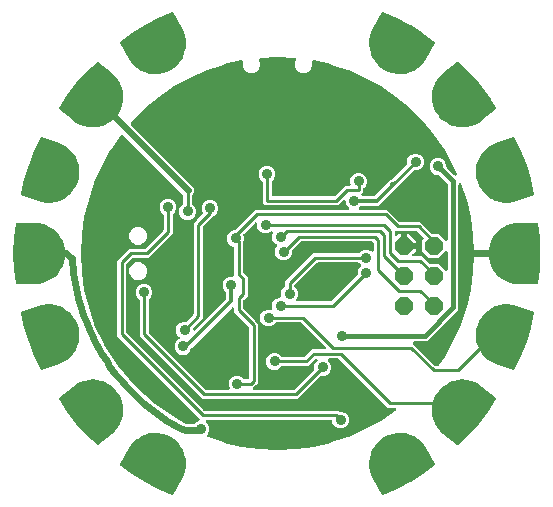
<source format=gbr>
G04 EAGLE Gerber RS-274X export*
G75*
%MOMM*%
%FSLAX34Y34*%
%LPD*%
%INBottom Copper*%
%IPPOS*%
%AMOC8*
5,1,8,0,0,1.08239X$1,22.5*%
G01*
%ADD10C,2.540000*%
%ADD11P,1.649562X8X112.500000*%
%ADD12C,0.609600*%
%ADD13C,0.906400*%
%ADD14C,0.254000*%
%ADD15C,0.304800*%
%ADD16C,0.406400*%

G36*
X17Y-166367D02*
X17Y-166367D01*
X59Y-166368D01*
X15292Y-165664D01*
X15313Y-165660D01*
X15409Y-165653D01*
X30512Y-163546D01*
X30533Y-163540D01*
X30628Y-163524D01*
X45472Y-160033D01*
X45492Y-160026D01*
X45585Y-160001D01*
X60044Y-155155D01*
X60063Y-155146D01*
X60154Y-155112D01*
X74104Y-148953D01*
X74122Y-148942D01*
X74209Y-148900D01*
X87532Y-141480D01*
X87548Y-141467D01*
X87631Y-141418D01*
X99734Y-133127D01*
X99807Y-133063D01*
X99886Y-133006D01*
X99926Y-132957D01*
X99972Y-132916D01*
X100027Y-132835D01*
X100089Y-132761D01*
X100115Y-132704D01*
X100150Y-132652D01*
X100183Y-132561D01*
X100224Y-132473D01*
X100236Y-132412D01*
X100257Y-132353D01*
X100266Y-132256D01*
X100284Y-132160D01*
X100280Y-132098D01*
X100286Y-132036D01*
X100270Y-131940D01*
X100264Y-131843D01*
X100245Y-131784D01*
X100235Y-131722D01*
X100196Y-131633D01*
X100166Y-131541D01*
X100133Y-131488D01*
X100108Y-131431D01*
X100048Y-131354D01*
X99996Y-131272D01*
X99950Y-131229D01*
X99912Y-131180D01*
X99835Y-131120D01*
X99764Y-131054D01*
X99710Y-131024D01*
X99660Y-130986D01*
X99571Y-130947D01*
X99486Y-130900D01*
X99425Y-130885D01*
X99368Y-130860D01*
X99272Y-130845D01*
X99178Y-130821D01*
X99073Y-130814D01*
X99054Y-130811D01*
X99043Y-130812D01*
X99017Y-130811D01*
X93672Y-130811D01*
X52133Y-89272D01*
X52055Y-89212D01*
X51983Y-89144D01*
X51930Y-89115D01*
X51882Y-89078D01*
X51791Y-89038D01*
X51704Y-88990D01*
X51646Y-88975D01*
X51590Y-88951D01*
X51492Y-88936D01*
X51396Y-88911D01*
X51296Y-88905D01*
X51276Y-88901D01*
X51264Y-88903D01*
X51236Y-88901D01*
X43547Y-88901D01*
X43409Y-88918D01*
X43271Y-88931D01*
X43252Y-88938D01*
X43232Y-88941D01*
X43102Y-88992D01*
X42972Y-89039D01*
X42955Y-89050D01*
X42936Y-89058D01*
X42824Y-89139D01*
X42709Y-89217D01*
X42695Y-89233D01*
X42679Y-89244D01*
X42590Y-89352D01*
X42498Y-89456D01*
X42489Y-89474D01*
X42476Y-89489D01*
X42417Y-89615D01*
X42353Y-89739D01*
X42349Y-89759D01*
X42340Y-89777D01*
X42314Y-89914D01*
X42284Y-90049D01*
X42284Y-90070D01*
X42281Y-90089D01*
X42289Y-90228D01*
X42293Y-90367D01*
X42299Y-90387D01*
X42300Y-90407D01*
X42343Y-90539D01*
X42382Y-90673D01*
X42392Y-90690D01*
X42398Y-90709D01*
X42473Y-90827D01*
X42543Y-90947D01*
X42562Y-90968D01*
X42569Y-90978D01*
X42584Y-90992D01*
X42650Y-91067D01*
X44096Y-92514D01*
X45173Y-95113D01*
X45173Y-97927D01*
X44096Y-100526D01*
X42106Y-102516D01*
X39507Y-103593D01*
X36942Y-103593D01*
X36844Y-103605D01*
X36745Y-103608D01*
X36687Y-103625D01*
X36627Y-103633D01*
X36535Y-103669D01*
X36439Y-103697D01*
X36387Y-103727D01*
X36331Y-103750D01*
X36251Y-103808D01*
X36166Y-103858D01*
X36090Y-103924D01*
X36074Y-103936D01*
X36066Y-103946D01*
X36045Y-103964D01*
X19422Y-120587D01*
X16818Y-123191D01*
X-63808Y-123191D01*
X-116841Y-70158D01*
X-116841Y-39737D01*
X-116853Y-39639D01*
X-116856Y-39540D01*
X-116873Y-39482D01*
X-116881Y-39422D01*
X-116917Y-39330D01*
X-116945Y-39235D01*
X-116975Y-39182D01*
X-116998Y-39126D01*
X-117056Y-39046D01*
X-117106Y-38961D01*
X-117172Y-38885D01*
X-117184Y-38869D01*
X-117194Y-38861D01*
X-117212Y-38840D01*
X-119026Y-37026D01*
X-120103Y-34427D01*
X-120103Y-31613D01*
X-119026Y-29014D01*
X-117036Y-27024D01*
X-114437Y-25947D01*
X-111623Y-25947D01*
X-109024Y-27024D01*
X-107034Y-29014D01*
X-105957Y-31613D01*
X-105957Y-34427D01*
X-107034Y-37026D01*
X-108848Y-38840D01*
X-108908Y-38918D01*
X-108976Y-38990D01*
X-109005Y-39043D01*
X-109042Y-39091D01*
X-109082Y-39182D01*
X-109130Y-39269D01*
X-109145Y-39327D01*
X-109169Y-39383D01*
X-109184Y-39481D01*
X-109209Y-39577D01*
X-109215Y-39677D01*
X-109219Y-39697D01*
X-109217Y-39709D01*
X-109219Y-39737D01*
X-109219Y-66476D01*
X-109207Y-66574D01*
X-109204Y-66673D01*
X-109187Y-66731D01*
X-109179Y-66791D01*
X-109143Y-66883D01*
X-109115Y-66979D01*
X-109085Y-67031D01*
X-109062Y-67087D01*
X-109004Y-67167D01*
X-108954Y-67252D01*
X-108888Y-67328D01*
X-108876Y-67344D01*
X-108866Y-67352D01*
X-108848Y-67373D01*
X-61023Y-115198D01*
X-60945Y-115258D01*
X-60873Y-115326D01*
X-60820Y-115355D01*
X-60772Y-115392D01*
X-60681Y-115432D01*
X-60594Y-115480D01*
X-60536Y-115495D01*
X-60480Y-115519D01*
X-60382Y-115534D01*
X-60286Y-115559D01*
X-60186Y-115565D01*
X-60166Y-115569D01*
X-60154Y-115567D01*
X-60126Y-115569D01*
X-41741Y-115569D01*
X-41692Y-115563D01*
X-41642Y-115565D01*
X-41535Y-115543D01*
X-41426Y-115529D01*
X-41379Y-115511D01*
X-41331Y-115501D01*
X-41232Y-115453D01*
X-41130Y-115412D01*
X-41090Y-115383D01*
X-41045Y-115361D01*
X-40962Y-115290D01*
X-40873Y-115226D01*
X-40841Y-115187D01*
X-40803Y-115155D01*
X-40740Y-115065D01*
X-40670Y-114981D01*
X-40649Y-114936D01*
X-40620Y-114895D01*
X-40581Y-114792D01*
X-40534Y-114693D01*
X-40525Y-114644D01*
X-40507Y-114598D01*
X-40495Y-114488D01*
X-40474Y-114381D01*
X-40478Y-114331D01*
X-40472Y-114282D01*
X-40487Y-114173D01*
X-40494Y-114063D01*
X-40509Y-114016D01*
X-40516Y-113967D01*
X-40568Y-113814D01*
X-41363Y-111897D01*
X-41363Y-109083D01*
X-40286Y-106484D01*
X-38296Y-104494D01*
X-35697Y-103417D01*
X-32883Y-103417D01*
X-30284Y-104494D01*
X-28470Y-106308D01*
X-28392Y-106368D01*
X-28320Y-106436D01*
X-28267Y-106465D01*
X-28219Y-106502D01*
X-28128Y-106542D01*
X-28041Y-106590D01*
X-27983Y-106605D01*
X-27927Y-106629D01*
X-27829Y-106644D01*
X-27733Y-106669D01*
X-27633Y-106675D01*
X-27613Y-106679D01*
X-27601Y-106677D01*
X-27573Y-106679D01*
X-25400Y-106679D01*
X-25282Y-106664D01*
X-25163Y-106657D01*
X-25125Y-106644D01*
X-25084Y-106639D01*
X-24974Y-106596D01*
X-24861Y-106559D01*
X-24826Y-106537D01*
X-24789Y-106522D01*
X-24693Y-106453D01*
X-24592Y-106389D01*
X-24564Y-106359D01*
X-24531Y-106336D01*
X-24455Y-106244D01*
X-24374Y-106157D01*
X-24354Y-106122D01*
X-24329Y-106091D01*
X-24278Y-105983D01*
X-24220Y-105879D01*
X-24210Y-105839D01*
X-24193Y-105803D01*
X-24171Y-105686D01*
X-24141Y-105571D01*
X-24137Y-105511D01*
X-24133Y-105491D01*
X-24135Y-105470D01*
X-24131Y-105410D01*
X-24131Y-63064D01*
X-24143Y-62966D01*
X-24146Y-62867D01*
X-24163Y-62809D01*
X-24171Y-62749D01*
X-24207Y-62657D01*
X-24235Y-62561D01*
X-24265Y-62509D01*
X-24288Y-62453D01*
X-24346Y-62373D01*
X-24396Y-62288D01*
X-24462Y-62212D01*
X-24474Y-62196D01*
X-24484Y-62188D01*
X-24502Y-62167D01*
X-34227Y-52442D01*
X-36831Y-49838D01*
X-36831Y-46913D01*
X-36848Y-46776D01*
X-36861Y-46637D01*
X-36868Y-46618D01*
X-36871Y-46598D01*
X-36922Y-46469D01*
X-36969Y-46338D01*
X-36980Y-46321D01*
X-36988Y-46302D01*
X-37069Y-46190D01*
X-37147Y-46075D01*
X-37163Y-46061D01*
X-37174Y-46045D01*
X-37282Y-45956D01*
X-37386Y-45864D01*
X-37404Y-45855D01*
X-37419Y-45842D01*
X-37545Y-45783D01*
X-37669Y-45720D01*
X-37689Y-45715D01*
X-37707Y-45706D01*
X-37843Y-45680D01*
X-37979Y-45650D01*
X-38000Y-45650D01*
X-38019Y-45647D01*
X-38158Y-45655D01*
X-38297Y-45660D01*
X-38317Y-45665D01*
X-38337Y-45666D01*
X-38469Y-45709D01*
X-38603Y-45748D01*
X-38620Y-45758D01*
X-38639Y-45764D01*
X-38757Y-45839D01*
X-38877Y-45909D01*
X-38898Y-45928D01*
X-38908Y-45935D01*
X-38922Y-45949D01*
X-38997Y-46016D01*
X-72624Y-79642D01*
X-72629Y-79649D01*
X-72637Y-79655D01*
X-72727Y-79775D01*
X-72819Y-79893D01*
X-72822Y-79902D01*
X-72828Y-79909D01*
X-72899Y-80054D01*
X-74014Y-82746D01*
X-76004Y-84736D01*
X-78603Y-85813D01*
X-81417Y-85813D01*
X-84016Y-84736D01*
X-86006Y-82746D01*
X-87083Y-80147D01*
X-87083Y-77333D01*
X-86006Y-74734D01*
X-84016Y-72744D01*
X-83475Y-72520D01*
X-83432Y-72495D01*
X-83385Y-72478D01*
X-83294Y-72416D01*
X-83198Y-72362D01*
X-83163Y-72328D01*
X-83122Y-72300D01*
X-83049Y-72217D01*
X-82970Y-72141D01*
X-82944Y-72098D01*
X-82911Y-72061D01*
X-82861Y-71963D01*
X-82804Y-71870D01*
X-82789Y-71822D01*
X-82766Y-71778D01*
X-82742Y-71671D01*
X-82710Y-71566D01*
X-82708Y-71516D01*
X-82697Y-71468D01*
X-82700Y-71358D01*
X-82695Y-71248D01*
X-82705Y-71200D01*
X-82706Y-71150D01*
X-82737Y-71044D01*
X-82759Y-70937D01*
X-82781Y-70892D01*
X-82795Y-70844D01*
X-82851Y-70750D01*
X-82899Y-70651D01*
X-82931Y-70613D01*
X-82956Y-70570D01*
X-83063Y-70449D01*
X-84736Y-68776D01*
X-85813Y-66177D01*
X-85813Y-63363D01*
X-84736Y-60764D01*
X-82746Y-58774D01*
X-80147Y-57697D01*
X-77582Y-57697D01*
X-77484Y-57685D01*
X-77385Y-57682D01*
X-77327Y-57665D01*
X-77267Y-57657D01*
X-77175Y-57621D01*
X-77079Y-57593D01*
X-77027Y-57563D01*
X-76971Y-57540D01*
X-76891Y-57482D01*
X-76806Y-57432D01*
X-76730Y-57366D01*
X-76714Y-57354D01*
X-76706Y-57344D01*
X-76685Y-57326D01*
X-71492Y-52133D01*
X-71432Y-52055D01*
X-71364Y-51983D01*
X-71335Y-51930D01*
X-71298Y-51882D01*
X-71258Y-51791D01*
X-71210Y-51704D01*
X-71195Y-51646D01*
X-71171Y-51590D01*
X-71156Y-51492D01*
X-71131Y-51396D01*
X-71125Y-51296D01*
X-71121Y-51276D01*
X-71123Y-51264D01*
X-71121Y-51236D01*
X-71121Y25708D01*
X-68517Y28312D01*
X-63625Y33204D01*
X-63607Y33227D01*
X-63585Y33246D01*
X-63510Y33352D01*
X-63430Y33455D01*
X-63419Y33482D01*
X-63402Y33506D01*
X-63356Y33628D01*
X-63304Y33747D01*
X-63300Y33776D01*
X-63289Y33804D01*
X-63275Y33933D01*
X-63254Y34061D01*
X-63257Y34090D01*
X-63254Y34120D01*
X-63272Y34248D01*
X-63284Y34378D01*
X-63294Y34405D01*
X-63298Y34435D01*
X-63350Y34587D01*
X-64223Y36693D01*
X-64223Y39507D01*
X-63146Y42106D01*
X-61156Y44096D01*
X-58557Y45173D01*
X-55743Y45173D01*
X-53144Y44096D01*
X-51154Y42106D01*
X-50077Y39507D01*
X-50077Y36693D01*
X-51154Y34094D01*
X-53144Y32104D01*
X-54281Y31633D01*
X-54290Y31628D01*
X-54298Y31626D01*
X-54427Y31549D01*
X-54558Y31475D01*
X-54564Y31469D01*
X-54572Y31464D01*
X-54693Y31358D01*
X-63128Y22923D01*
X-63188Y22845D01*
X-63256Y22773D01*
X-63285Y22720D01*
X-63322Y22672D01*
X-63362Y22581D01*
X-63410Y22494D01*
X-63425Y22436D01*
X-63449Y22380D01*
X-63464Y22282D01*
X-63489Y22186D01*
X-63495Y22086D01*
X-63499Y22066D01*
X-63497Y22054D01*
X-63499Y22026D01*
X-63499Y-54918D01*
X-71296Y-62715D01*
X-71356Y-62793D01*
X-71424Y-62865D01*
X-71453Y-62918D01*
X-71490Y-62966D01*
X-71530Y-63057D01*
X-71578Y-63144D01*
X-71593Y-63202D01*
X-71617Y-63258D01*
X-71632Y-63356D01*
X-71657Y-63452D01*
X-71663Y-63552D01*
X-71667Y-63572D01*
X-71665Y-63584D01*
X-71667Y-63612D01*
X-71667Y-64125D01*
X-71650Y-64262D01*
X-71637Y-64401D01*
X-71630Y-64420D01*
X-71627Y-64440D01*
X-71576Y-64569D01*
X-71529Y-64700D01*
X-71518Y-64717D01*
X-71510Y-64736D01*
X-71429Y-64848D01*
X-71351Y-64963D01*
X-71335Y-64977D01*
X-71324Y-64993D01*
X-71216Y-65082D01*
X-71112Y-65174D01*
X-71094Y-65183D01*
X-71079Y-65196D01*
X-70953Y-65255D01*
X-70829Y-65318D01*
X-70809Y-65323D01*
X-70791Y-65332D01*
X-70655Y-65358D01*
X-70519Y-65388D01*
X-70498Y-65388D01*
X-70479Y-65391D01*
X-70340Y-65383D01*
X-70201Y-65378D01*
X-70181Y-65373D01*
X-70161Y-65372D01*
X-70029Y-65329D01*
X-69895Y-65290D01*
X-69878Y-65280D01*
X-69859Y-65274D01*
X-69741Y-65199D01*
X-69621Y-65129D01*
X-69600Y-65110D01*
X-69590Y-65103D01*
X-69576Y-65089D01*
X-69501Y-65022D01*
X-43806Y-39328D01*
X-43746Y-39250D01*
X-43678Y-39178D01*
X-43649Y-39125D01*
X-43612Y-39077D01*
X-43572Y-38986D01*
X-43524Y-38899D01*
X-43509Y-38841D01*
X-43485Y-38785D01*
X-43470Y-38687D01*
X-43445Y-38591D01*
X-43439Y-38491D01*
X-43435Y-38471D01*
X-43437Y-38459D01*
X-43435Y-38431D01*
X-43435Y-33133D01*
X-43447Y-33035D01*
X-43450Y-32936D01*
X-43467Y-32878D01*
X-43475Y-32818D01*
X-43511Y-32726D01*
X-43539Y-32631D01*
X-43569Y-32578D01*
X-43592Y-32522D01*
X-43650Y-32442D01*
X-43700Y-32357D01*
X-43766Y-32281D01*
X-43778Y-32265D01*
X-43788Y-32257D01*
X-43806Y-32236D01*
X-45366Y-30676D01*
X-46443Y-28077D01*
X-46443Y-25263D01*
X-45366Y-22664D01*
X-43376Y-20674D01*
X-40777Y-19597D01*
X-38100Y-19597D01*
X-37982Y-19582D01*
X-37863Y-19575D01*
X-37825Y-19562D01*
X-37784Y-19557D01*
X-37674Y-19514D01*
X-37561Y-19477D01*
X-37526Y-19455D01*
X-37489Y-19440D01*
X-37393Y-19371D01*
X-37292Y-19307D01*
X-37264Y-19277D01*
X-37231Y-19254D01*
X-37155Y-19162D01*
X-37074Y-19075D01*
X-37054Y-19040D01*
X-37029Y-19009D01*
X-36978Y-18901D01*
X-36920Y-18797D01*
X-36910Y-18757D01*
X-36893Y-18721D01*
X-36871Y-18604D01*
X-36841Y-18489D01*
X-36837Y-18429D01*
X-36833Y-18409D01*
X-36835Y-18388D01*
X-36831Y-18328D01*
X-36831Y4723D01*
X-36834Y4752D01*
X-36832Y4782D01*
X-36854Y4910D01*
X-36871Y5038D01*
X-36881Y5066D01*
X-36886Y5095D01*
X-36940Y5213D01*
X-36988Y5334D01*
X-37005Y5358D01*
X-37017Y5385D01*
X-37098Y5486D01*
X-37174Y5591D01*
X-37197Y5610D01*
X-37216Y5633D01*
X-37319Y5711D01*
X-37419Y5794D01*
X-37446Y5807D01*
X-37470Y5825D01*
X-37614Y5895D01*
X-39566Y6704D01*
X-41556Y8694D01*
X-42633Y11293D01*
X-42633Y14107D01*
X-41556Y16706D01*
X-39566Y18696D01*
X-36967Y19773D01*
X-36942Y19773D01*
X-36844Y19785D01*
X-36745Y19788D01*
X-36687Y19805D01*
X-36627Y19813D01*
X-36535Y19849D01*
X-36439Y19877D01*
X-36387Y19907D01*
X-36331Y19930D01*
X-36251Y19988D01*
X-36166Y20038D01*
X-36090Y20104D01*
X-36074Y20116D01*
X-36066Y20126D01*
X-36045Y20144D01*
X-19358Y36831D01*
X59323Y36831D01*
X59461Y36848D01*
X59599Y36861D01*
X59618Y36868D01*
X59638Y36871D01*
X59768Y36922D01*
X59898Y36969D01*
X59915Y36980D01*
X59934Y36988D01*
X60046Y37069D01*
X60161Y37147D01*
X60175Y37163D01*
X60191Y37174D01*
X60280Y37282D01*
X60372Y37386D01*
X60381Y37404D01*
X60394Y37419D01*
X60453Y37545D01*
X60517Y37669D01*
X60521Y37689D01*
X60530Y37707D01*
X60556Y37844D01*
X60586Y37979D01*
X60586Y38000D01*
X60589Y38019D01*
X60581Y38158D01*
X60577Y38297D01*
X60571Y38317D01*
X60570Y38337D01*
X60527Y38469D01*
X60488Y38603D01*
X60478Y38620D01*
X60472Y38639D01*
X60397Y38757D01*
X60327Y38877D01*
X60308Y38898D01*
X60301Y38908D01*
X60286Y38922D01*
X60220Y38997D01*
X58774Y40444D01*
X57697Y43043D01*
X57697Y44164D01*
X57680Y44301D01*
X57667Y44440D01*
X57660Y44459D01*
X57657Y44479D01*
X57606Y44608D01*
X57559Y44739D01*
X57548Y44756D01*
X57540Y44775D01*
X57459Y44888D01*
X57381Y45003D01*
X57365Y45016D01*
X57354Y45032D01*
X57246Y45121D01*
X57142Y45213D01*
X57124Y45222D01*
X57109Y45235D01*
X56983Y45294D01*
X56859Y45358D01*
X56839Y45362D01*
X56821Y45371D01*
X56685Y45397D01*
X56549Y45427D01*
X56528Y45427D01*
X56509Y45431D01*
X56370Y45422D01*
X56231Y45418D01*
X56211Y45412D01*
X56191Y45411D01*
X56059Y45368D01*
X55925Y45329D01*
X55908Y45319D01*
X55889Y45313D01*
X55771Y45238D01*
X55651Y45168D01*
X55630Y45149D01*
X55620Y45143D01*
X55606Y45128D01*
X55531Y45061D01*
X51108Y40639D01*
X-10468Y40639D01*
X-12701Y42872D01*
X-12701Y60593D01*
X-12713Y60691D01*
X-12716Y60790D01*
X-12733Y60848D01*
X-12741Y60908D01*
X-12777Y61000D01*
X-12805Y61095D01*
X-12835Y61148D01*
X-12858Y61204D01*
X-12916Y61284D01*
X-12966Y61369D01*
X-13032Y61445D01*
X-13044Y61461D01*
X-13054Y61469D01*
X-13072Y61490D01*
X-14886Y63304D01*
X-15963Y65903D01*
X-15963Y68717D01*
X-14886Y71316D01*
X-12896Y73306D01*
X-10297Y74383D01*
X-7483Y74383D01*
X-4884Y73306D01*
X-2894Y71316D01*
X-1817Y68717D01*
X-1817Y65903D01*
X-2894Y63304D01*
X-4708Y61490D01*
X-4768Y61412D01*
X-4836Y61340D01*
X-4865Y61287D01*
X-4902Y61239D01*
X-4942Y61148D01*
X-4990Y61061D01*
X-5005Y61003D01*
X-5029Y60947D01*
X-5044Y60849D01*
X-5069Y60753D01*
X-5075Y60653D01*
X-5079Y60633D01*
X-5077Y60621D01*
X-5079Y60593D01*
X-5079Y49530D01*
X-5064Y49412D01*
X-5057Y49293D01*
X-5044Y49255D01*
X-5039Y49214D01*
X-4995Y49103D01*
X-4959Y48991D01*
X-4937Y48956D01*
X-4922Y48919D01*
X-4853Y48823D01*
X-4789Y48722D01*
X-4759Y48694D01*
X-4736Y48661D01*
X-4644Y48585D01*
X-4557Y48504D01*
X-4522Y48484D01*
X-4491Y48459D01*
X-4383Y48408D01*
X-4279Y48350D01*
X-4239Y48340D01*
X-4203Y48323D01*
X-4086Y48301D01*
X-3971Y48271D01*
X-3911Y48267D01*
X-3891Y48263D01*
X-3870Y48265D01*
X-3810Y48261D01*
X47426Y48261D01*
X47524Y48273D01*
X47623Y48276D01*
X47681Y48293D01*
X47741Y48301D01*
X47833Y48337D01*
X47929Y48365D01*
X47981Y48395D01*
X48037Y48418D01*
X48117Y48476D01*
X48202Y48526D01*
X48278Y48592D01*
X48294Y48604D01*
X48302Y48614D01*
X48323Y48632D01*
X56842Y57151D01*
X60603Y57151D01*
X60652Y57157D01*
X60702Y57155D01*
X60809Y57177D01*
X60918Y57191D01*
X60965Y57209D01*
X61013Y57219D01*
X61112Y57267D01*
X61214Y57308D01*
X61254Y57337D01*
X61299Y57359D01*
X61383Y57430D01*
X61471Y57494D01*
X61503Y57533D01*
X61541Y57565D01*
X61604Y57655D01*
X61674Y57739D01*
X61695Y57784D01*
X61724Y57825D01*
X61763Y57928D01*
X61810Y58027D01*
X61819Y58076D01*
X61837Y58122D01*
X61849Y58232D01*
X61870Y58339D01*
X61866Y58389D01*
X61872Y58438D01*
X61857Y58547D01*
X61850Y58657D01*
X61834Y58704D01*
X61828Y58753D01*
X61775Y58906D01*
X61507Y59553D01*
X61507Y62367D01*
X62584Y64966D01*
X64574Y66956D01*
X67173Y68033D01*
X69987Y68033D01*
X72586Y66956D01*
X74576Y64966D01*
X75653Y62367D01*
X75653Y59553D01*
X74576Y56954D01*
X72762Y55140D01*
X72702Y55062D01*
X72634Y54990D01*
X72605Y54937D01*
X72568Y54889D01*
X72528Y54798D01*
X72480Y54711D01*
X72465Y54653D01*
X72441Y54597D01*
X72426Y54499D01*
X72401Y54403D01*
X72395Y54303D01*
X72391Y54283D01*
X72393Y54271D01*
X72391Y54243D01*
X72391Y51762D01*
X71311Y50681D01*
X71226Y50572D01*
X71137Y50465D01*
X71128Y50446D01*
X71116Y50430D01*
X71060Y50303D01*
X71001Y50177D01*
X70997Y50157D01*
X70989Y50138D01*
X70967Y50000D01*
X70941Y49864D01*
X70943Y49844D01*
X70940Y49824D01*
X70953Y49685D01*
X70961Y49547D01*
X70967Y49528D01*
X70969Y49508D01*
X71017Y49376D01*
X71059Y49245D01*
X71070Y49227D01*
X71077Y49208D01*
X71155Y49093D01*
X71229Y48976D01*
X71244Y48962D01*
X71256Y48945D01*
X71360Y48853D01*
X71461Y48758D01*
X71479Y48748D01*
X71494Y48735D01*
X71618Y48671D01*
X71740Y48604D01*
X71759Y48599D01*
X71777Y48590D01*
X71913Y48560D01*
X72047Y48525D01*
X72076Y48523D01*
X72087Y48520D01*
X72108Y48521D01*
X72208Y48515D01*
X81611Y48515D01*
X81709Y48527D01*
X81808Y48530D01*
X81866Y48547D01*
X81926Y48555D01*
X82018Y48591D01*
X82113Y48619D01*
X82165Y48649D01*
X82222Y48672D01*
X82302Y48730D01*
X82387Y48780D01*
X82463Y48846D01*
X82479Y48858D01*
X82487Y48868D01*
X82508Y48886D01*
X92084Y58462D01*
X92144Y58540D01*
X92212Y58612D01*
X92241Y58665D01*
X92278Y58713D01*
X92318Y58804D01*
X92366Y58891D01*
X92381Y58949D01*
X92405Y59005D01*
X92420Y59103D01*
X92445Y59199D01*
X92451Y59299D01*
X92455Y59319D01*
X92453Y59331D01*
X92455Y59359D01*
X92455Y60104D01*
X94836Y62485D01*
X95940Y62485D01*
X96038Y62497D01*
X96137Y62500D01*
X96195Y62517D01*
X96255Y62525D01*
X96347Y62561D01*
X96443Y62589D01*
X96495Y62619D01*
X96551Y62642D01*
X96631Y62700D01*
X96716Y62750D01*
X96792Y62816D01*
X96808Y62828D01*
X96816Y62838D01*
X96837Y62856D01*
X109396Y75415D01*
X109456Y75493D01*
X109524Y75565D01*
X109553Y75618D01*
X109590Y75666D01*
X109630Y75757D01*
X109678Y75844D01*
X109693Y75902D01*
X109717Y75958D01*
X109732Y76056D01*
X109757Y76152D01*
X109763Y76252D01*
X109767Y76272D01*
X109765Y76284D01*
X109767Y76312D01*
X109767Y78877D01*
X110844Y81476D01*
X112834Y83466D01*
X115433Y84543D01*
X118247Y84543D01*
X120846Y83466D01*
X122836Y81476D01*
X123913Y78877D01*
X123913Y76063D01*
X122836Y73464D01*
X120846Y71474D01*
X118247Y70397D01*
X115682Y70397D01*
X115584Y70385D01*
X115485Y70382D01*
X115427Y70365D01*
X115367Y70357D01*
X115275Y70321D01*
X115179Y70293D01*
X115127Y70263D01*
X115071Y70240D01*
X114991Y70182D01*
X114906Y70132D01*
X114830Y70066D01*
X114814Y70054D01*
X114806Y70044D01*
X114785Y70026D01*
X100956Y56197D01*
X100896Y56119D01*
X100828Y56047D01*
X100799Y55994D01*
X100762Y55946D01*
X100722Y55855D01*
X100674Y55768D01*
X100659Y55710D01*
X100635Y55654D01*
X100620Y55556D01*
X100601Y55482D01*
X85504Y40385D01*
X71233Y40385D01*
X71135Y40373D01*
X71036Y40370D01*
X70978Y40353D01*
X70918Y40345D01*
X70826Y40309D01*
X70731Y40281D01*
X70678Y40251D01*
X70622Y40228D01*
X70542Y40170D01*
X70457Y40120D01*
X70381Y40054D01*
X70365Y40042D01*
X70357Y40032D01*
X70336Y40014D01*
X69320Y38997D01*
X69235Y38888D01*
X69146Y38781D01*
X69137Y38762D01*
X69125Y38746D01*
X69070Y38619D01*
X69010Y38493D01*
X69007Y38473D01*
X68999Y38454D01*
X68977Y38316D01*
X68951Y38180D01*
X68952Y38160D01*
X68949Y38140D01*
X68962Y38001D01*
X68970Y37863D01*
X68977Y37844D01*
X68978Y37824D01*
X69026Y37692D01*
X69068Y37561D01*
X69079Y37543D01*
X69086Y37524D01*
X69164Y37409D01*
X69239Y37292D01*
X69253Y37278D01*
X69265Y37261D01*
X69369Y37169D01*
X69470Y37074D01*
X69488Y37064D01*
X69503Y37051D01*
X69627Y36988D01*
X69749Y36920D01*
X69768Y36915D01*
X69786Y36906D01*
X69922Y36876D01*
X70057Y36841D01*
X70085Y36839D01*
X70097Y36836D01*
X70117Y36837D01*
X70217Y36831D01*
X93018Y36831D01*
X102807Y27042D01*
X102885Y26982D01*
X102957Y26914D01*
X103010Y26885D01*
X103058Y26848D01*
X103149Y26808D01*
X103236Y26760D01*
X103294Y26745D01*
X103350Y26721D01*
X103448Y26706D01*
X103544Y26681D01*
X103644Y26675D01*
X103664Y26671D01*
X103676Y26673D01*
X103704Y26671D01*
X120958Y26671D01*
X130747Y16882D01*
X130825Y16822D01*
X130897Y16754D01*
X130950Y16725D01*
X130998Y16688D01*
X131089Y16648D01*
X131176Y16600D01*
X131234Y16585D01*
X131290Y16561D01*
X131388Y16546D01*
X131484Y16521D01*
X131584Y16515D01*
X131604Y16511D01*
X131616Y16513D01*
X131644Y16511D01*
X136289Y16511D01*
X141851Y10949D01*
X141960Y10864D01*
X142067Y10775D01*
X142086Y10766D01*
X142102Y10754D01*
X142230Y10699D01*
X142355Y10639D01*
X142375Y10636D01*
X142394Y10628D01*
X142532Y10606D01*
X142668Y10580D01*
X142688Y10581D01*
X142708Y10578D01*
X142847Y10591D01*
X142985Y10599D01*
X143004Y10606D01*
X143024Y10608D01*
X143156Y10655D01*
X143287Y10697D01*
X143305Y10708D01*
X143324Y10715D01*
X143439Y10793D01*
X143556Y10868D01*
X143570Y10882D01*
X143587Y10894D01*
X143679Y10998D01*
X143774Y11099D01*
X143784Y11117D01*
X143797Y11132D01*
X143861Y11256D01*
X143928Y11378D01*
X143933Y11397D01*
X143942Y11415D01*
X143972Y11551D01*
X144007Y11686D01*
X144009Y11714D01*
X144012Y11726D01*
X144011Y11746D01*
X144017Y11846D01*
X144017Y58540D01*
X144005Y58638D01*
X144002Y58737D01*
X143985Y58796D01*
X143977Y58856D01*
X143941Y58948D01*
X143913Y59043D01*
X143883Y59095D01*
X143860Y59151D01*
X143802Y59231D01*
X143752Y59317D01*
X143686Y59392D01*
X143674Y59409D01*
X143664Y59417D01*
X143646Y59438D01*
X136908Y66176D01*
X136829Y66236D01*
X136757Y66304D01*
X136704Y66333D01*
X136656Y66370D01*
X136565Y66410D01*
X136479Y66458D01*
X136420Y66473D01*
X136365Y66497D01*
X136267Y66512D01*
X136171Y66537D01*
X136071Y66543D01*
X136050Y66547D01*
X136038Y66545D01*
X136010Y66547D01*
X134989Y66547D01*
X134957Y66552D01*
X134861Y66577D01*
X134761Y66583D01*
X134740Y66587D01*
X134728Y66585D01*
X134700Y66587D01*
X134483Y66587D01*
X131884Y67664D01*
X129894Y69654D01*
X128817Y72253D01*
X128817Y75067D01*
X129894Y77666D01*
X131884Y79656D01*
X134483Y80733D01*
X137297Y80733D01*
X139896Y79656D01*
X141886Y77666D01*
X142963Y75067D01*
X142963Y73580D01*
X142975Y73482D01*
X142978Y73383D01*
X142995Y73324D01*
X143003Y73264D01*
X143039Y73172D01*
X143067Y73077D01*
X143097Y73025D01*
X143120Y72969D01*
X143178Y72889D01*
X143228Y72803D01*
X143294Y72728D01*
X143306Y72711D01*
X143316Y72703D01*
X143334Y72682D01*
X149717Y66299D01*
X149784Y66248D01*
X149844Y66188D01*
X149909Y66151D01*
X149969Y66104D01*
X150046Y66071D01*
X150119Y66028D01*
X150192Y66008D01*
X150261Y65978D01*
X150344Y65965D01*
X150425Y65942D01*
X150500Y65940D01*
X150575Y65928D01*
X150659Y65936D01*
X150743Y65934D01*
X150816Y65951D01*
X150891Y65958D01*
X150971Y65987D01*
X151053Y66006D01*
X151120Y66040D01*
X151191Y66066D01*
X151260Y66113D01*
X151335Y66152D01*
X151391Y66202D01*
X151454Y66244D01*
X151510Y66308D01*
X151572Y66364D01*
X151614Y66426D01*
X151664Y66483D01*
X151703Y66558D01*
X151750Y66628D01*
X151775Y66699D01*
X151809Y66766D01*
X151827Y66848D01*
X151855Y66928D01*
X151862Y67003D01*
X151878Y67076D01*
X151876Y67161D01*
X151883Y67245D01*
X151871Y67319D01*
X151869Y67394D01*
X151845Y67475D01*
X151832Y67558D01*
X151783Y67691D01*
X151780Y67700D01*
X151779Y67703D01*
X151776Y67710D01*
X148953Y74104D01*
X148942Y74122D01*
X148900Y74209D01*
X141480Y87532D01*
X141467Y87548D01*
X141418Y87631D01*
X132800Y100212D01*
X132786Y100228D01*
X132729Y100306D01*
X127952Y106058D01*
X126898Y107328D01*
X125844Y108597D01*
X122987Y112038D01*
X122972Y112052D01*
X122908Y112125D01*
X112125Y122908D01*
X112108Y122921D01*
X112038Y122987D01*
X100306Y132729D01*
X100288Y132740D01*
X100212Y132800D01*
X87631Y141418D01*
X87613Y141428D01*
X87532Y141480D01*
X74209Y148900D01*
X74190Y148908D01*
X74104Y148953D01*
X60154Y155112D01*
X60134Y155118D01*
X60044Y155155D01*
X45585Y160001D01*
X45565Y160005D01*
X45472Y160033D01*
X30988Y163440D01*
X30951Y163443D01*
X30916Y163454D01*
X30794Y163460D01*
X30672Y163473D01*
X30635Y163468D01*
X30599Y163469D01*
X30479Y163445D01*
X30357Y163427D01*
X30323Y163413D01*
X30287Y163405D01*
X30177Y163351D01*
X30064Y163304D01*
X30035Y163282D01*
X30001Y163265D01*
X29908Y163186D01*
X29810Y163112D01*
X29787Y163083D01*
X29759Y163059D01*
X29689Y162959D01*
X29613Y162863D01*
X29598Y162829D01*
X29576Y162799D01*
X29533Y162685D01*
X29483Y162572D01*
X29477Y162536D01*
X29464Y162502D01*
X29450Y162380D01*
X29429Y162259D01*
X29432Y162222D01*
X29428Y162186D01*
X29445Y162064D01*
X29456Y161942D01*
X29468Y161907D01*
X29473Y161871D01*
X29525Y161718D01*
X29541Y161680D01*
X29541Y158680D01*
X28393Y155909D01*
X26271Y153787D01*
X23500Y152639D01*
X20500Y152639D01*
X17729Y153787D01*
X15607Y155909D01*
X14459Y158680D01*
X14459Y161680D01*
X15402Y163956D01*
X15408Y163976D01*
X15417Y163994D01*
X15450Y164129D01*
X15486Y164263D01*
X15486Y164283D01*
X15491Y164303D01*
X15489Y164442D01*
X15491Y164581D01*
X15486Y164601D01*
X15486Y164621D01*
X15450Y164755D01*
X15417Y164890D01*
X15408Y164908D01*
X15402Y164928D01*
X15333Y165049D01*
X15268Y165172D01*
X15255Y165187D01*
X15245Y165204D01*
X15148Y165304D01*
X15054Y165407D01*
X15038Y165418D01*
X15023Y165433D01*
X14905Y165505D01*
X14789Y165582D01*
X14770Y165588D01*
X14752Y165599D01*
X14619Y165640D01*
X14488Y165685D01*
X14468Y165686D01*
X14448Y165692D01*
X14288Y165710D01*
X59Y166368D01*
X38Y166366D01*
X-59Y166368D01*
X-14288Y165710D01*
X-14308Y165707D01*
X-14328Y165708D01*
X-14464Y165680D01*
X-14602Y165656D01*
X-14620Y165647D01*
X-14640Y165643D01*
X-14765Y165582D01*
X-14892Y165525D01*
X-14907Y165512D01*
X-14926Y165504D01*
X-15032Y165413D01*
X-15140Y165327D01*
X-15152Y165310D01*
X-15168Y165297D01*
X-15248Y165183D01*
X-15331Y165072D01*
X-15339Y165054D01*
X-15351Y165037D01*
X-15400Y164907D01*
X-15453Y164779D01*
X-15456Y164759D01*
X-15463Y164740D01*
X-15479Y164601D01*
X-15499Y164464D01*
X-15496Y164444D01*
X-15499Y164424D01*
X-15479Y164286D01*
X-15464Y164148D01*
X-15457Y164129D01*
X-15454Y164109D01*
X-15402Y163956D01*
X-14459Y161680D01*
X-14459Y158680D01*
X-15607Y155909D01*
X-17729Y153787D01*
X-20500Y152639D01*
X-23500Y152639D01*
X-26271Y153787D01*
X-28393Y155909D01*
X-29541Y158680D01*
X-29541Y161680D01*
X-29525Y161718D01*
X-29515Y161754D01*
X-29499Y161787D01*
X-29473Y161907D01*
X-29441Y162025D01*
X-29440Y162062D01*
X-29433Y162098D01*
X-29438Y162220D01*
X-29436Y162343D01*
X-29444Y162379D01*
X-29446Y162416D01*
X-29481Y162533D01*
X-29510Y162652D01*
X-29527Y162685D01*
X-29538Y162720D01*
X-29601Y162825D01*
X-29659Y162933D01*
X-29684Y162961D01*
X-29703Y162992D01*
X-29790Y163078D01*
X-29873Y163169D01*
X-29903Y163189D01*
X-29930Y163215D01*
X-30036Y163276D01*
X-30138Y163344D01*
X-30173Y163356D01*
X-30205Y163374D01*
X-30323Y163407D01*
X-30439Y163447D01*
X-30476Y163450D01*
X-30511Y163460D01*
X-30634Y163462D01*
X-30756Y163472D01*
X-30793Y163466D01*
X-30829Y163466D01*
X-30988Y163440D01*
X-45472Y160033D01*
X-45492Y160026D01*
X-45585Y160001D01*
X-60044Y155155D01*
X-60063Y155146D01*
X-60154Y155112D01*
X-74104Y148953D01*
X-74122Y148942D01*
X-74209Y148900D01*
X-87532Y141480D01*
X-87548Y141467D01*
X-87631Y141418D01*
X-100212Y132800D01*
X-100228Y132786D01*
X-100306Y132729D01*
X-112038Y122987D01*
X-112052Y122972D01*
X-112125Y122908D01*
X-122908Y112125D01*
X-122921Y112108D01*
X-122987Y112038D01*
X-124066Y110739D01*
X-124098Y110688D01*
X-124139Y110642D01*
X-124183Y110554D01*
X-124237Y110471D01*
X-124256Y110413D01*
X-124283Y110359D01*
X-124305Y110262D01*
X-124336Y110168D01*
X-124339Y110108D01*
X-124353Y110049D01*
X-124350Y109950D01*
X-124356Y109851D01*
X-124345Y109791D01*
X-124343Y109731D01*
X-124316Y109636D01*
X-124297Y109538D01*
X-124272Y109483D01*
X-124255Y109425D01*
X-124204Y109340D01*
X-124163Y109250D01*
X-124124Y109203D01*
X-124093Y109151D01*
X-123987Y109030D01*
X-71462Y56506D01*
X-70611Y54452D01*
X-70611Y52228D01*
X-71462Y50174D01*
X-72018Y49619D01*
X-72078Y49541D01*
X-72146Y49468D01*
X-72175Y49415D01*
X-72212Y49368D01*
X-72252Y49277D01*
X-72300Y49190D01*
X-72315Y49131D01*
X-72339Y49076D01*
X-72354Y48978D01*
X-72379Y48882D01*
X-72385Y48782D01*
X-72389Y48762D01*
X-72387Y48749D01*
X-72389Y48721D01*
X-72389Y42277D01*
X-72377Y42179D01*
X-72374Y42080D01*
X-72357Y42022D01*
X-72349Y41962D01*
X-72313Y41870D01*
X-72285Y41775D01*
X-72255Y41722D01*
X-72232Y41666D01*
X-72174Y41586D01*
X-72124Y41501D01*
X-72058Y41425D01*
X-72046Y41409D01*
X-72036Y41401D01*
X-72018Y41380D01*
X-70204Y39566D01*
X-69127Y36967D01*
X-69127Y34153D01*
X-70204Y31554D01*
X-72194Y29564D01*
X-74793Y28487D01*
X-77607Y28487D01*
X-80206Y29564D01*
X-82196Y31554D01*
X-83273Y34153D01*
X-83273Y36967D01*
X-82196Y39566D01*
X-80382Y41380D01*
X-80322Y41458D01*
X-80254Y41530D01*
X-80225Y41583D01*
X-80188Y41631D01*
X-80148Y41722D01*
X-80100Y41809D01*
X-80085Y41867D01*
X-80061Y41923D01*
X-80046Y42021D01*
X-80021Y42117D01*
X-80015Y42217D01*
X-80011Y42237D01*
X-80013Y42249D01*
X-80011Y42277D01*
X-80011Y48721D01*
X-80023Y48820D01*
X-80026Y48919D01*
X-80043Y48977D01*
X-80051Y49037D01*
X-80087Y49129D01*
X-80115Y49224D01*
X-80145Y49276D01*
X-80168Y49333D01*
X-80226Y49413D01*
X-80276Y49498D01*
X-80342Y49573D01*
X-80354Y49590D01*
X-80364Y49598D01*
X-80382Y49619D01*
X-130978Y100214D01*
X-131038Y100261D01*
X-131093Y100316D01*
X-131164Y100358D01*
X-131229Y100409D01*
X-131300Y100439D01*
X-131366Y100479D01*
X-131445Y100502D01*
X-131521Y100535D01*
X-131597Y100547D01*
X-131671Y100569D01*
X-131753Y100572D01*
X-131835Y100585D01*
X-131912Y100578D01*
X-131989Y100581D01*
X-132069Y100563D01*
X-132151Y100555D01*
X-132224Y100529D01*
X-132299Y100513D01*
X-132373Y100476D01*
X-132451Y100448D01*
X-132514Y100404D01*
X-132583Y100370D01*
X-132645Y100315D01*
X-132714Y100269D01*
X-132765Y100211D01*
X-132823Y100160D01*
X-132922Y100034D01*
X-141418Y87631D01*
X-141428Y87613D01*
X-141480Y87532D01*
X-148900Y74209D01*
X-148908Y74190D01*
X-148953Y74104D01*
X-155112Y60154D01*
X-155118Y60134D01*
X-155155Y60044D01*
X-160001Y45585D01*
X-160005Y45565D01*
X-160033Y45472D01*
X-163524Y30628D01*
X-163527Y30607D01*
X-163546Y30512D01*
X-165653Y15409D01*
X-165653Y15388D01*
X-165664Y15292D01*
X-166368Y59D01*
X-166366Y38D01*
X-166368Y-59D01*
X-165664Y-15292D01*
X-165660Y-15313D01*
X-165653Y-15409D01*
X-163546Y-30512D01*
X-163540Y-30533D01*
X-163524Y-30628D01*
X-160033Y-45472D01*
X-160026Y-45492D01*
X-160001Y-45585D01*
X-155174Y-59986D01*
X-155173Y-59989D01*
X-155115Y-60131D01*
X-147016Y-77026D01*
X-147015Y-77028D01*
X-147014Y-77031D01*
X-146935Y-77171D01*
X-134966Y-95524D01*
X-134964Y-95526D01*
X-134963Y-95528D01*
X-134866Y-95656D01*
X-120604Y-112290D01*
X-120602Y-112292D01*
X-120600Y-112294D01*
X-120488Y-112409D01*
X-104176Y-127038D01*
X-104174Y-127040D01*
X-104172Y-127042D01*
X-104046Y-127141D01*
X-85964Y-139516D01*
X-85947Y-139525D01*
X-85858Y-139581D01*
X-77600Y-144115D01*
X-77527Y-144144D01*
X-77458Y-144182D01*
X-77379Y-144202D01*
X-77304Y-144232D01*
X-77226Y-144241D01*
X-77150Y-144261D01*
X-76989Y-144271D01*
X-70979Y-144271D01*
X-70881Y-144259D01*
X-70782Y-144256D01*
X-70724Y-144239D01*
X-70664Y-144231D01*
X-70572Y-144195D01*
X-70477Y-144167D01*
X-70424Y-144137D01*
X-70368Y-144114D01*
X-70288Y-144056D01*
X-70203Y-144006D01*
X-70127Y-143940D01*
X-70111Y-143928D01*
X-70103Y-143918D01*
X-70082Y-143900D01*
X-68776Y-142594D01*
X-66769Y-141762D01*
X-66726Y-141738D01*
X-66679Y-141721D01*
X-66588Y-141659D01*
X-66492Y-141605D01*
X-66457Y-141570D01*
X-66416Y-141542D01*
X-66343Y-141460D01*
X-66264Y-141384D01*
X-66238Y-141341D01*
X-66205Y-141304D01*
X-66155Y-141206D01*
X-66098Y-141112D01*
X-66083Y-141065D01*
X-66061Y-141021D01*
X-66036Y-140913D01*
X-66004Y-140809D01*
X-66002Y-140759D01*
X-65991Y-140710D01*
X-65994Y-140600D01*
X-65989Y-140491D01*
X-65999Y-140442D01*
X-66001Y-140393D01*
X-66031Y-140287D01*
X-66053Y-140179D01*
X-66075Y-140135D01*
X-66089Y-140087D01*
X-66145Y-139992D01*
X-66193Y-139894D01*
X-66225Y-139856D01*
X-66250Y-139813D01*
X-66357Y-139692D01*
X-133287Y-72762D01*
X-135891Y-70158D01*
X-135891Y-6042D01*
X-128642Y1207D01*
X-126038Y3811D01*
X-112594Y3811D01*
X-112496Y3823D01*
X-112397Y3826D01*
X-112339Y3843D01*
X-112279Y3851D01*
X-112187Y3887D01*
X-112091Y3915D01*
X-112039Y3945D01*
X-111983Y3968D01*
X-111903Y4026D01*
X-111818Y4076D01*
X-111742Y4142D01*
X-111726Y4154D01*
X-111718Y4164D01*
X-111697Y4182D01*
X-96892Y18987D01*
X-96832Y19065D01*
X-96764Y19137D01*
X-96735Y19190D01*
X-96698Y19238D01*
X-96658Y19329D01*
X-96610Y19416D01*
X-96595Y19474D01*
X-96571Y19530D01*
X-96556Y19628D01*
X-96531Y19724D01*
X-96525Y19824D01*
X-96521Y19844D01*
X-96523Y19856D01*
X-96521Y19884D01*
X-96521Y32653D01*
X-96533Y32751D01*
X-96536Y32850D01*
X-96553Y32908D01*
X-96561Y32968D01*
X-96597Y33060D01*
X-96625Y33155D01*
X-96655Y33208D01*
X-96678Y33264D01*
X-96736Y33344D01*
X-96786Y33429D01*
X-96852Y33505D01*
X-96864Y33521D01*
X-96874Y33529D01*
X-96892Y33550D01*
X-98706Y35364D01*
X-99783Y37963D01*
X-99783Y40777D01*
X-98706Y43376D01*
X-96716Y45366D01*
X-94117Y46443D01*
X-91303Y46443D01*
X-88704Y45366D01*
X-86714Y43376D01*
X-85637Y40777D01*
X-85637Y37963D01*
X-86714Y35364D01*
X-88528Y33550D01*
X-88588Y33472D01*
X-88656Y33400D01*
X-88685Y33347D01*
X-88722Y33299D01*
X-88762Y33208D01*
X-88810Y33121D01*
X-88825Y33063D01*
X-88849Y33007D01*
X-88864Y32909D01*
X-88889Y32813D01*
X-88895Y32713D01*
X-88899Y32693D01*
X-88897Y32681D01*
X-88899Y32653D01*
X-88899Y16202D01*
X-91503Y13598D01*
X-108912Y-3811D01*
X-122356Y-3811D01*
X-122454Y-3823D01*
X-122553Y-3826D01*
X-122611Y-3843D01*
X-122671Y-3851D01*
X-122763Y-3887D01*
X-122859Y-3915D01*
X-122911Y-3945D01*
X-122967Y-3968D01*
X-123047Y-4026D01*
X-123132Y-4076D01*
X-123208Y-4142D01*
X-123224Y-4154D01*
X-123232Y-4164D01*
X-123253Y-4182D01*
X-127898Y-8827D01*
X-127958Y-8905D01*
X-128026Y-8977D01*
X-128055Y-9030D01*
X-128092Y-9078D01*
X-128132Y-9169D01*
X-128180Y-9256D01*
X-128195Y-9314D01*
X-128219Y-9370D01*
X-128234Y-9468D01*
X-128259Y-9564D01*
X-128265Y-9664D01*
X-128269Y-9684D01*
X-128267Y-9696D01*
X-128269Y-9724D01*
X-128269Y-66476D01*
X-128257Y-66574D01*
X-128254Y-66673D01*
X-128237Y-66731D01*
X-128229Y-66791D01*
X-128193Y-66883D01*
X-128165Y-66979D01*
X-128135Y-67031D01*
X-128112Y-67087D01*
X-128054Y-67167D01*
X-128004Y-67252D01*
X-127938Y-67328D01*
X-127926Y-67344D01*
X-127916Y-67352D01*
X-127898Y-67373D01*
X-62293Y-132978D01*
X-62215Y-133038D01*
X-62143Y-133106D01*
X-62090Y-133135D01*
X-62042Y-133172D01*
X-61951Y-133212D01*
X-61864Y-133260D01*
X-61806Y-133275D01*
X-61750Y-133299D01*
X-61652Y-133314D01*
X-61556Y-133339D01*
X-61456Y-133345D01*
X-61436Y-133349D01*
X-61424Y-133347D01*
X-61396Y-133349D01*
X51108Y-133349D01*
X51285Y-133526D01*
X51363Y-133586D01*
X51435Y-133654D01*
X51488Y-133683D01*
X51536Y-133720D01*
X51627Y-133760D01*
X51714Y-133808D01*
X51772Y-133823D01*
X51828Y-133847D01*
X51926Y-133862D01*
X52022Y-133887D01*
X52122Y-133893D01*
X52142Y-133897D01*
X52154Y-133895D01*
X52182Y-133897D01*
X54747Y-133897D01*
X57346Y-134974D01*
X59336Y-136964D01*
X60413Y-139563D01*
X60413Y-142377D01*
X59336Y-144976D01*
X57346Y-146966D01*
X54747Y-148043D01*
X51933Y-148043D01*
X49334Y-146966D01*
X47344Y-144976D01*
X46267Y-142377D01*
X46267Y-142240D01*
X46252Y-142122D01*
X46245Y-142003D01*
X46232Y-141965D01*
X46227Y-141924D01*
X46184Y-141814D01*
X46147Y-141701D01*
X46125Y-141666D01*
X46110Y-141629D01*
X46041Y-141533D01*
X45977Y-141432D01*
X45947Y-141404D01*
X45924Y-141371D01*
X45832Y-141295D01*
X45745Y-141214D01*
X45710Y-141194D01*
X45679Y-141169D01*
X45571Y-141118D01*
X45467Y-141060D01*
X45427Y-141050D01*
X45391Y-141033D01*
X45274Y-141011D01*
X45159Y-140981D01*
X45099Y-140977D01*
X45079Y-140973D01*
X45058Y-140975D01*
X44998Y-140971D01*
X-59323Y-140971D01*
X-59461Y-140988D01*
X-59599Y-141001D01*
X-59618Y-141008D01*
X-59638Y-141011D01*
X-59768Y-141062D01*
X-59898Y-141109D01*
X-59915Y-141120D01*
X-59934Y-141128D01*
X-60046Y-141209D01*
X-60161Y-141287D01*
X-60175Y-141303D01*
X-60191Y-141314D01*
X-60280Y-141422D01*
X-60372Y-141526D01*
X-60381Y-141544D01*
X-60394Y-141559D01*
X-60453Y-141685D01*
X-60517Y-141809D01*
X-60521Y-141829D01*
X-60530Y-141847D01*
X-60556Y-141984D01*
X-60586Y-142119D01*
X-60586Y-142140D01*
X-60589Y-142159D01*
X-60581Y-142298D01*
X-60577Y-142437D01*
X-60571Y-142457D01*
X-60570Y-142477D01*
X-60527Y-142609D01*
X-60488Y-142743D01*
X-60478Y-142760D01*
X-60472Y-142779D01*
X-60397Y-142897D01*
X-60327Y-143017D01*
X-60308Y-143038D01*
X-60301Y-143048D01*
X-60289Y-143060D01*
X-60288Y-143062D01*
X-60283Y-143067D01*
X-60220Y-143137D01*
X-58774Y-144584D01*
X-57697Y-147183D01*
X-57697Y-149997D01*
X-58774Y-152596D01*
X-59559Y-153382D01*
X-59617Y-153456D01*
X-59681Y-153523D01*
X-59714Y-153581D01*
X-59754Y-153633D01*
X-59792Y-153719D01*
X-59837Y-153800D01*
X-59854Y-153864D01*
X-59881Y-153925D01*
X-59895Y-154017D01*
X-59920Y-154108D01*
X-59920Y-154174D01*
X-59931Y-154239D01*
X-59922Y-154332D01*
X-59923Y-154426D01*
X-59907Y-154490D01*
X-59901Y-154556D01*
X-59869Y-154644D01*
X-59847Y-154734D01*
X-59816Y-154793D01*
X-59793Y-154855D01*
X-59741Y-154932D01*
X-59696Y-155015D01*
X-59652Y-155063D01*
X-59615Y-155118D01*
X-59544Y-155180D01*
X-59481Y-155249D01*
X-59426Y-155285D01*
X-59376Y-155329D01*
X-59293Y-155371D01*
X-59214Y-155422D01*
X-59109Y-155465D01*
X-59093Y-155473D01*
X-59084Y-155475D01*
X-59065Y-155483D01*
X-45585Y-160001D01*
X-45565Y-160005D01*
X-45472Y-160033D01*
X-30628Y-163524D01*
X-30607Y-163527D01*
X-30512Y-163546D01*
X-15409Y-165653D01*
X-15388Y-165653D01*
X-15292Y-165664D01*
X-59Y-166368D01*
X-42Y-166367D01*
X-1Y-166369D01*
X1Y-166369D01*
X17Y-166367D01*
G37*
G36*
X13234Y-115557D02*
X13234Y-115557D01*
X13333Y-115554D01*
X13391Y-115537D01*
X13451Y-115529D01*
X13543Y-115493D01*
X13639Y-115465D01*
X13691Y-115435D01*
X13747Y-115412D01*
X13827Y-115354D01*
X13912Y-115304D01*
X13988Y-115238D01*
X14004Y-115226D01*
X14012Y-115216D01*
X14033Y-115198D01*
X30656Y-98575D01*
X30716Y-98497D01*
X30784Y-98425D01*
X30813Y-98372D01*
X30850Y-98324D01*
X30890Y-98233D01*
X30938Y-98146D01*
X30953Y-98088D01*
X30977Y-98032D01*
X30992Y-97934D01*
X31017Y-97839D01*
X31023Y-97738D01*
X31027Y-97718D01*
X31025Y-97706D01*
X31027Y-97678D01*
X31027Y-95113D01*
X32104Y-92514D01*
X33550Y-91067D01*
X33635Y-90958D01*
X33724Y-90851D01*
X33733Y-90832D01*
X33745Y-90816D01*
X33801Y-90688D01*
X33860Y-90563D01*
X33863Y-90543D01*
X33871Y-90524D01*
X33893Y-90386D01*
X33919Y-90250D01*
X33918Y-90230D01*
X33921Y-90210D01*
X33908Y-90071D01*
X33900Y-89933D01*
X33893Y-89914D01*
X33892Y-89894D01*
X33844Y-89762D01*
X33802Y-89631D01*
X33791Y-89613D01*
X33784Y-89594D01*
X33706Y-89479D01*
X33631Y-89362D01*
X33617Y-89348D01*
X33605Y-89331D01*
X33501Y-89239D01*
X33400Y-89144D01*
X33382Y-89134D01*
X33367Y-89121D01*
X33243Y-89057D01*
X33121Y-88990D01*
X33102Y-88985D01*
X33084Y-88976D01*
X32948Y-88946D01*
X32813Y-88911D01*
X32785Y-88909D01*
X32773Y-88906D01*
X32753Y-88907D01*
X32653Y-88901D01*
X32584Y-88901D01*
X32486Y-88913D01*
X32387Y-88916D01*
X32329Y-88933D01*
X32269Y-88941D01*
X32177Y-88977D01*
X32081Y-89005D01*
X32029Y-89035D01*
X31973Y-89058D01*
X31893Y-89116D01*
X31808Y-89166D01*
X31732Y-89232D01*
X31716Y-89244D01*
X31708Y-89254D01*
X31687Y-89272D01*
X25708Y-95251D01*
X4177Y-95251D01*
X4079Y-95263D01*
X3980Y-95266D01*
X3922Y-95283D01*
X3862Y-95291D01*
X3770Y-95327D01*
X3675Y-95355D01*
X3622Y-95385D01*
X3566Y-95408D01*
X3486Y-95466D01*
X3401Y-95516D01*
X3325Y-95582D01*
X3309Y-95594D01*
X3301Y-95604D01*
X3280Y-95622D01*
X1466Y-97436D01*
X-1133Y-98513D01*
X-3947Y-98513D01*
X-6546Y-97436D01*
X-8536Y-95446D01*
X-9613Y-92847D01*
X-9613Y-90033D01*
X-8536Y-87434D01*
X-6546Y-85444D01*
X-3947Y-84367D01*
X-1133Y-84367D01*
X1466Y-85444D01*
X3280Y-87258D01*
X3358Y-87318D01*
X3430Y-87386D01*
X3483Y-87415D01*
X3531Y-87452D01*
X3622Y-87492D01*
X3709Y-87540D01*
X3767Y-87555D01*
X3823Y-87579D01*
X3921Y-87594D01*
X4017Y-87619D01*
X4117Y-87625D01*
X4137Y-87629D01*
X4149Y-87627D01*
X4177Y-87629D01*
X22026Y-87629D01*
X22124Y-87617D01*
X22223Y-87614D01*
X22281Y-87597D01*
X22341Y-87589D01*
X22433Y-87553D01*
X22529Y-87525D01*
X22581Y-87495D01*
X22637Y-87472D01*
X22717Y-87414D01*
X22802Y-87364D01*
X22878Y-87298D01*
X22894Y-87286D01*
X22902Y-87276D01*
X22923Y-87258D01*
X28902Y-81279D01*
X39806Y-81279D01*
X39943Y-81262D01*
X40082Y-81249D01*
X40101Y-81242D01*
X40121Y-81239D01*
X40250Y-81188D01*
X40381Y-81141D01*
X40398Y-81130D01*
X40417Y-81122D01*
X40529Y-81041D01*
X40645Y-80963D01*
X40658Y-80947D01*
X40674Y-80936D01*
X40763Y-80828D01*
X40855Y-80724D01*
X40864Y-80706D01*
X40877Y-80691D01*
X40936Y-80565D01*
X41000Y-80441D01*
X41004Y-80421D01*
X41013Y-80403D01*
X41039Y-80267D01*
X41069Y-80131D01*
X41069Y-80110D01*
X41073Y-80091D01*
X41064Y-79952D01*
X41060Y-79813D01*
X41054Y-79793D01*
X41053Y-79773D01*
X41010Y-79641D01*
X40971Y-79507D01*
X40961Y-79490D01*
X40955Y-79471D01*
X40880Y-79353D01*
X40810Y-79233D01*
X40791Y-79212D01*
X40785Y-79202D01*
X40770Y-79188D01*
X40703Y-79113D01*
X20383Y-58792D01*
X20305Y-58732D01*
X20233Y-58664D01*
X20180Y-58635D01*
X20132Y-58598D01*
X20041Y-58558D01*
X19954Y-58510D01*
X19896Y-58495D01*
X19840Y-58471D01*
X19742Y-58456D01*
X19646Y-58431D01*
X19546Y-58425D01*
X19526Y-58421D01*
X19514Y-58423D01*
X19486Y-58421D01*
X-903Y-58421D01*
X-1001Y-58433D01*
X-1100Y-58436D01*
X-1158Y-58453D01*
X-1218Y-58461D01*
X-1310Y-58497D01*
X-1405Y-58525D01*
X-1458Y-58555D01*
X-1514Y-58578D01*
X-1594Y-58636D01*
X-1679Y-58686D01*
X-1755Y-58752D01*
X-1771Y-58764D01*
X-1779Y-58774D01*
X-1800Y-58792D01*
X-3614Y-60606D01*
X-6213Y-61683D01*
X-9027Y-61683D01*
X-11626Y-60606D01*
X-13616Y-58616D01*
X-14693Y-56017D01*
X-14693Y-53203D01*
X-13616Y-50604D01*
X-11626Y-48614D01*
X-9027Y-47537D01*
X-6213Y-47537D01*
X-6176Y-47553D01*
X-6042Y-47590D01*
X-5908Y-47631D01*
X-5888Y-47632D01*
X-5869Y-47637D01*
X-5730Y-47639D01*
X-5591Y-47646D01*
X-5571Y-47642D01*
X-5551Y-47642D01*
X-5416Y-47609D01*
X-5279Y-47581D01*
X-5261Y-47572D01*
X-5242Y-47568D01*
X-5119Y-47503D01*
X-4994Y-47442D01*
X-4978Y-47429D01*
X-4960Y-47419D01*
X-4857Y-47325D01*
X-4752Y-47235D01*
X-4740Y-47219D01*
X-4725Y-47205D01*
X-4648Y-47089D01*
X-4569Y-46975D01*
X-4561Y-46956D01*
X-4550Y-46939D01*
X-4505Y-46807D01*
X-4456Y-46678D01*
X-4454Y-46658D01*
X-4447Y-46639D01*
X-4436Y-46500D01*
X-4421Y-46362D01*
X-4423Y-46342D01*
X-4422Y-46322D01*
X-4446Y-46184D01*
X-4465Y-46047D01*
X-4474Y-46020D01*
X-4476Y-46008D01*
X-4485Y-45990D01*
X-4517Y-45894D01*
X-4533Y-45857D01*
X-4533Y-43043D01*
X-3456Y-40444D01*
X-1466Y-38454D01*
X1133Y-37377D01*
X1884Y-37377D01*
X1933Y-37371D01*
X1983Y-37373D01*
X2090Y-37351D01*
X2199Y-37337D01*
X2246Y-37319D01*
X2294Y-37309D01*
X2393Y-37261D01*
X2495Y-37220D01*
X2535Y-37191D01*
X2580Y-37169D01*
X2663Y-37098D01*
X2752Y-37034D01*
X2784Y-36995D01*
X2822Y-36963D01*
X2885Y-36873D01*
X2955Y-36789D01*
X2976Y-36744D01*
X3005Y-36703D01*
X3044Y-36600D01*
X3091Y-36501D01*
X3100Y-36452D01*
X3118Y-36405D01*
X3130Y-36296D01*
X3150Y-36189D01*
X3147Y-36139D01*
X3153Y-36089D01*
X3138Y-35981D01*
X3131Y-35871D01*
X3115Y-35824D01*
X3108Y-35775D01*
X3087Y-35713D01*
X3087Y-32883D01*
X4164Y-30284D01*
X5978Y-28470D01*
X6038Y-28392D01*
X6106Y-28320D01*
X6135Y-28267D01*
X6172Y-28219D01*
X6212Y-28128D01*
X6260Y-28041D01*
X6275Y-27983D01*
X6299Y-27927D01*
X6314Y-27829D01*
X6339Y-27733D01*
X6345Y-27633D01*
X6349Y-27613D01*
X6347Y-27601D01*
X6349Y-27573D01*
X6349Y-23822D01*
X30172Y1D01*
X68213Y1D01*
X68311Y13D01*
X68410Y16D01*
X68468Y33D01*
X68528Y41D01*
X68620Y77D01*
X68715Y105D01*
X68768Y135D01*
X68824Y158D01*
X68904Y216D01*
X68989Y266D01*
X69065Y332D01*
X69081Y344D01*
X69089Y354D01*
X69110Y372D01*
X70924Y2186D01*
X73523Y3263D01*
X76337Y3263D01*
X78936Y2186D01*
X79112Y2010D01*
X79222Y1925D01*
X79329Y1836D01*
X79348Y1827D01*
X79364Y1815D01*
X79491Y1760D01*
X79617Y1700D01*
X79637Y1697D01*
X79656Y1689D01*
X79793Y1667D01*
X79930Y1641D01*
X79950Y1642D01*
X79970Y1639D01*
X80108Y1652D01*
X80247Y1660D01*
X80266Y1667D01*
X80286Y1668D01*
X80418Y1716D01*
X80549Y1758D01*
X80566Y1769D01*
X80586Y1776D01*
X80701Y1854D01*
X80818Y1929D01*
X80832Y1943D01*
X80849Y1955D01*
X80941Y2059D01*
X81036Y2160D01*
X81046Y2178D01*
X81059Y2193D01*
X81123Y2317D01*
X81190Y2439D01*
X81195Y2458D01*
X81204Y2476D01*
X81234Y2612D01*
X81269Y2747D01*
X81271Y2775D01*
X81274Y2787D01*
X81273Y2807D01*
X81279Y2907D01*
X81279Y8890D01*
X81264Y9008D01*
X81257Y9127D01*
X81244Y9165D01*
X81239Y9206D01*
X81196Y9316D01*
X81159Y9429D01*
X81137Y9464D01*
X81122Y9501D01*
X81053Y9597D01*
X80989Y9698D01*
X80959Y9726D01*
X80936Y9759D01*
X80844Y9835D01*
X80757Y9916D01*
X80722Y9936D01*
X80691Y9961D01*
X80583Y10012D01*
X80479Y10070D01*
X80439Y10080D01*
X80403Y10097D01*
X80286Y10119D01*
X80171Y10149D01*
X80111Y10153D01*
X80091Y10157D01*
X80070Y10155D01*
X80010Y10159D01*
X19884Y10159D01*
X19786Y10147D01*
X19687Y10144D01*
X19629Y10127D01*
X19569Y10119D01*
X19477Y10083D01*
X19381Y10055D01*
X19329Y10025D01*
X19273Y10002D01*
X19193Y9944D01*
X19108Y9894D01*
X19032Y9828D01*
X19016Y9816D01*
X19008Y9806D01*
X18987Y9788D01*
X12524Y3325D01*
X12464Y3247D01*
X12396Y3175D01*
X12372Y3131D01*
X12364Y3122D01*
X12360Y3113D01*
X12330Y3074D01*
X12290Y2983D01*
X12242Y2896D01*
X12227Y2838D01*
X12203Y2782D01*
X12188Y2684D01*
X12163Y2589D01*
X12157Y2488D01*
X12153Y2468D01*
X12155Y2456D01*
X12153Y2428D01*
X12153Y-137D01*
X11076Y-2736D01*
X9086Y-4726D01*
X6487Y-5803D01*
X3673Y-5803D01*
X1074Y-4726D01*
X-916Y-2736D01*
X-1993Y-137D01*
X-1993Y2677D01*
X-916Y5276D01*
X-513Y5680D01*
X-482Y5719D01*
X-446Y5752D01*
X-385Y5844D01*
X-318Y5931D01*
X-298Y5976D01*
X-271Y6018D01*
X-235Y6122D01*
X-192Y6223D01*
X-184Y6272D01*
X-168Y6319D01*
X-159Y6428D01*
X-142Y6537D01*
X-146Y6586D01*
X-142Y6636D01*
X-161Y6744D01*
X-172Y6853D01*
X-188Y6900D01*
X-197Y6949D01*
X-242Y7049D01*
X-279Y7153D01*
X-307Y7194D01*
X-327Y7239D01*
X-396Y7325D01*
X-458Y7416D01*
X-495Y7449D01*
X-526Y7487D01*
X-614Y7553D01*
X-696Y7626D01*
X-740Y7649D01*
X-780Y7679D01*
X-925Y7750D01*
X-1466Y7974D01*
X-3456Y9964D01*
X-4533Y12563D01*
X-4533Y15377D01*
X-3879Y16956D01*
X-3860Y17023D01*
X-3833Y17087D01*
X-3819Y17176D01*
X-3795Y17262D01*
X-3794Y17332D01*
X-3783Y17401D01*
X-3791Y17490D01*
X-3790Y17580D01*
X-3806Y17648D01*
X-3813Y17718D01*
X-3843Y17802D01*
X-3864Y17889D01*
X-3897Y17951D01*
X-3920Y18017D01*
X-3971Y18091D01*
X-4013Y18171D01*
X-4060Y18222D01*
X-4099Y18280D01*
X-4166Y18339D01*
X-4227Y18406D01*
X-4285Y18444D01*
X-4337Y18491D01*
X-4417Y18531D01*
X-4492Y18581D01*
X-4558Y18603D01*
X-4621Y18635D01*
X-4708Y18655D01*
X-4793Y18684D01*
X-4863Y18689D01*
X-4931Y18705D01*
X-5020Y18702D01*
X-5110Y18709D01*
X-5179Y18697D01*
X-5249Y18695D01*
X-5335Y18670D01*
X-5423Y18655D01*
X-5487Y18626D01*
X-5554Y18607D01*
X-5632Y18561D01*
X-5713Y18524D01*
X-5768Y18481D01*
X-5828Y18445D01*
X-5949Y18339D01*
X-6154Y18134D01*
X-8753Y17057D01*
X-11567Y17057D01*
X-14166Y18134D01*
X-16156Y20124D01*
X-17233Y22723D01*
X-17233Y25114D01*
X-17250Y25251D01*
X-17263Y25390D01*
X-17270Y25409D01*
X-17273Y25429D01*
X-17324Y25558D01*
X-17371Y25689D01*
X-17382Y25706D01*
X-17390Y25725D01*
X-17471Y25837D01*
X-17549Y25953D01*
X-17565Y25966D01*
X-17576Y25982D01*
X-17684Y26071D01*
X-17788Y26163D01*
X-17806Y26172D01*
X-17821Y26185D01*
X-17947Y26244D01*
X-18071Y26308D01*
X-18091Y26312D01*
X-18109Y26321D01*
X-18245Y26347D01*
X-18381Y26377D01*
X-18402Y26377D01*
X-18421Y26381D01*
X-18560Y26372D01*
X-18699Y26368D01*
X-18719Y26362D01*
X-18739Y26361D01*
X-18871Y26318D01*
X-19005Y26279D01*
X-19022Y26269D01*
X-19041Y26263D01*
X-19159Y26188D01*
X-19279Y26118D01*
X-19300Y26099D01*
X-19310Y26093D01*
X-19324Y26078D01*
X-19399Y26011D01*
X-28713Y16698D01*
X-28731Y16675D01*
X-28753Y16656D01*
X-28828Y16550D01*
X-28908Y16447D01*
X-28919Y16420D01*
X-28936Y16396D01*
X-28982Y16274D01*
X-29034Y16155D01*
X-29038Y16126D01*
X-29049Y16098D01*
X-29063Y15969D01*
X-29084Y15841D01*
X-29081Y15812D01*
X-29084Y15782D01*
X-29066Y15654D01*
X-29054Y15524D01*
X-29044Y15497D01*
X-29040Y15467D01*
X-28988Y15315D01*
X-28487Y14107D01*
X-28487Y11293D01*
X-29113Y9783D01*
X-29115Y9774D01*
X-29120Y9766D01*
X-29157Y9621D01*
X-29197Y9477D01*
X-29197Y9467D01*
X-29199Y9458D01*
X-29209Y9298D01*
X-29209Y-15676D01*
X-29197Y-15774D01*
X-29194Y-15873D01*
X-29177Y-15931D01*
X-29169Y-15991D01*
X-29133Y-16083D01*
X-29105Y-16179D01*
X-29075Y-16231D01*
X-29052Y-16287D01*
X-28994Y-16367D01*
X-28944Y-16452D01*
X-28878Y-16528D01*
X-28866Y-16544D01*
X-28856Y-16552D01*
X-28838Y-16573D01*
X-25399Y-20012D01*
X-25399Y-35868D01*
X-28838Y-39307D01*
X-28898Y-39385D01*
X-28966Y-39457D01*
X-28995Y-39510D01*
X-29032Y-39558D01*
X-29072Y-39649D01*
X-29120Y-39736D01*
X-29135Y-39794D01*
X-29159Y-39850D01*
X-29174Y-39948D01*
X-29199Y-40044D01*
X-29205Y-40144D01*
X-29209Y-40164D01*
X-29207Y-40176D01*
X-29209Y-40204D01*
X-29209Y-46156D01*
X-29197Y-46254D01*
X-29194Y-46353D01*
X-29177Y-46411D01*
X-29169Y-46471D01*
X-29133Y-46563D01*
X-29105Y-46659D01*
X-29075Y-46711D01*
X-29052Y-46767D01*
X-28994Y-46847D01*
X-28944Y-46932D01*
X-28878Y-47008D01*
X-28866Y-47024D01*
X-28856Y-47032D01*
X-28838Y-47053D01*
X-19113Y-56778D01*
X-16509Y-59382D01*
X-16509Y-109528D01*
X-18678Y-111697D01*
X-20383Y-113403D01*
X-20469Y-113512D01*
X-20557Y-113619D01*
X-20566Y-113638D01*
X-20578Y-113654D01*
X-20634Y-113782D01*
X-20693Y-113907D01*
X-20697Y-113927D01*
X-20705Y-113946D01*
X-20727Y-114084D01*
X-20753Y-114220D01*
X-20751Y-114240D01*
X-20754Y-114260D01*
X-20741Y-114399D01*
X-20733Y-114537D01*
X-20727Y-114556D01*
X-20725Y-114576D01*
X-20677Y-114708D01*
X-20635Y-114839D01*
X-20624Y-114857D01*
X-20617Y-114876D01*
X-20539Y-114991D01*
X-20465Y-115108D01*
X-20450Y-115122D01*
X-20438Y-115139D01*
X-20334Y-115231D01*
X-20233Y-115326D01*
X-20215Y-115336D01*
X-20200Y-115349D01*
X-20076Y-115413D01*
X-19954Y-115480D01*
X-19935Y-115485D01*
X-19917Y-115494D01*
X-19781Y-115524D01*
X-19647Y-115559D01*
X-19618Y-115561D01*
X-19607Y-115564D01*
X-19586Y-115563D01*
X-19486Y-115569D01*
X13136Y-115569D01*
X13234Y-115557D01*
G37*
G36*
X199436Y-98791D02*
X199436Y-98791D01*
X199460Y-98793D01*
X199545Y-98770D01*
X199632Y-98754D01*
X199653Y-98742D01*
X199677Y-98735D01*
X199749Y-98684D01*
X199825Y-98639D01*
X199840Y-98620D01*
X199860Y-98606D01*
X199944Y-98489D01*
X199965Y-98464D01*
X199966Y-98459D01*
X199970Y-98454D01*
X205862Y-87135D01*
X205870Y-87112D01*
X205886Y-87085D01*
X210769Y-75296D01*
X210774Y-75272D01*
X210788Y-75244D01*
X214625Y-63074D01*
X214628Y-63049D01*
X214639Y-63020D01*
X217401Y-50562D01*
X217402Y-50538D01*
X217410Y-50514D01*
X217407Y-50426D01*
X217410Y-50338D01*
X217403Y-50315D01*
X217402Y-50290D01*
X217368Y-50208D01*
X217341Y-50125D01*
X217326Y-50105D01*
X217316Y-50083D01*
X217256Y-50018D01*
X217201Y-49949D01*
X217180Y-49936D01*
X217164Y-49918D01*
X217037Y-49850D01*
X217009Y-49833D01*
X217004Y-49832D01*
X216999Y-49829D01*
X202678Y-44616D01*
X202658Y-44613D01*
X202635Y-44602D01*
X199150Y-43609D01*
X199112Y-43605D01*
X199061Y-43590D01*
X195470Y-43103D01*
X195432Y-43105D01*
X195380Y-43097D01*
X191756Y-43126D01*
X191718Y-43133D01*
X191666Y-43133D01*
X188083Y-43678D01*
X188047Y-43690D01*
X187994Y-43698D01*
X184525Y-44746D01*
X184491Y-44763D01*
X184441Y-44778D01*
X181156Y-46310D01*
X181125Y-46332D01*
X181077Y-46354D01*
X178044Y-48337D01*
X178017Y-48364D01*
X177972Y-48392D01*
X175252Y-50787D01*
X175229Y-50817D01*
X175189Y-50852D01*
X172837Y-53609D01*
X172818Y-53642D01*
X172784Y-53682D01*
X170849Y-56746D01*
X170834Y-56782D01*
X170806Y-56826D01*
X169327Y-60134D01*
X169318Y-60171D01*
X169296Y-60219D01*
X168302Y-63705D01*
X168299Y-63743D01*
X168284Y-63793D01*
X167797Y-67384D01*
X167798Y-67422D01*
X167791Y-67475D01*
X167820Y-71099D01*
X167827Y-71136D01*
X167827Y-71189D01*
X168371Y-74772D01*
X168382Y-74804D01*
X168383Y-74824D01*
X168387Y-74836D01*
X168391Y-74860D01*
X169439Y-78329D01*
X169457Y-78363D01*
X169472Y-78414D01*
X171003Y-81698D01*
X171025Y-81729D01*
X171047Y-81777D01*
X173031Y-84810D01*
X173057Y-84838D01*
X173085Y-84882D01*
X175480Y-87602D01*
X175510Y-87626D01*
X175545Y-87666D01*
X178302Y-90017D01*
X178335Y-90036D01*
X178375Y-90071D01*
X181440Y-92006D01*
X181475Y-92020D01*
X181519Y-92048D01*
X184828Y-93528D01*
X184847Y-93533D01*
X184870Y-93545D01*
X199191Y-98757D01*
X199215Y-98761D01*
X199237Y-98772D01*
X199324Y-98780D01*
X199412Y-98795D01*
X199436Y-98791D01*
G37*
G36*
X-191756Y43126D02*
X-191756Y43126D01*
X-191718Y43133D01*
X-191666Y43133D01*
X-188083Y43678D01*
X-188047Y43690D01*
X-187994Y43698D01*
X-184525Y44746D01*
X-184491Y44763D01*
X-184441Y44778D01*
X-181156Y46310D01*
X-181125Y46332D01*
X-181077Y46354D01*
X-178044Y48337D01*
X-178017Y48364D01*
X-177972Y48392D01*
X-175252Y50787D01*
X-175229Y50817D01*
X-175189Y50852D01*
X-172837Y53609D01*
X-172818Y53642D01*
X-172784Y53682D01*
X-170849Y56746D01*
X-170834Y56782D01*
X-170806Y56826D01*
X-169327Y60134D01*
X-169318Y60171D01*
X-169296Y60219D01*
X-168302Y63705D01*
X-168299Y63743D01*
X-168284Y63793D01*
X-167797Y67384D01*
X-167798Y67422D01*
X-167791Y67475D01*
X-167820Y71099D01*
X-167827Y71136D01*
X-167827Y71189D01*
X-168371Y74772D01*
X-168383Y74808D01*
X-168391Y74860D01*
X-169439Y78329D01*
X-169457Y78363D01*
X-169472Y78414D01*
X-171003Y81698D01*
X-171025Y81729D01*
X-171047Y81777D01*
X-173031Y84810D01*
X-173057Y84838D01*
X-173085Y84882D01*
X-175480Y87602D01*
X-175510Y87626D01*
X-175545Y87666D01*
X-178302Y90017D01*
X-178335Y90036D01*
X-178375Y90071D01*
X-181440Y92006D01*
X-181475Y92020D01*
X-181519Y92048D01*
X-184828Y93528D01*
X-184847Y93533D01*
X-184870Y93545D01*
X-199191Y98757D01*
X-199215Y98761D01*
X-199237Y98772D01*
X-199324Y98780D01*
X-199412Y98795D01*
X-199436Y98791D01*
X-199460Y98793D01*
X-199545Y98770D01*
X-199632Y98754D01*
X-199653Y98742D01*
X-199677Y98735D01*
X-199749Y98684D01*
X-199825Y98639D01*
X-199840Y98620D01*
X-199860Y98606D01*
X-199944Y98489D01*
X-199965Y98464D01*
X-199966Y98459D01*
X-199970Y98454D01*
X-205862Y87135D01*
X-205870Y87112D01*
X-205886Y87085D01*
X-210769Y75296D01*
X-210774Y75272D01*
X-210788Y75244D01*
X-214625Y63074D01*
X-214628Y63049D01*
X-214639Y63020D01*
X-217401Y50562D01*
X-217402Y50538D01*
X-217410Y50514D01*
X-217407Y50426D01*
X-217410Y50338D01*
X-217403Y50315D01*
X-217402Y50290D01*
X-217368Y50208D01*
X-217341Y50125D01*
X-217326Y50105D01*
X-217316Y50083D01*
X-217256Y50018D01*
X-217201Y49949D01*
X-217180Y49936D01*
X-217164Y49918D01*
X-217037Y49850D01*
X-217009Y49833D01*
X-217004Y49832D01*
X-216999Y49829D01*
X-202678Y44616D01*
X-202658Y44613D01*
X-202635Y44602D01*
X-199150Y43609D01*
X-199112Y43605D01*
X-199061Y43590D01*
X-195470Y43103D01*
X-195432Y43105D01*
X-195380Y43097D01*
X-191756Y43126D01*
G37*
G36*
X-199399Y-98791D02*
X-199399Y-98791D01*
X-199374Y-98795D01*
X-199233Y-98766D01*
X-199201Y-98761D01*
X-199197Y-98758D01*
X-199191Y-98757D01*
X-184870Y-93545D01*
X-184852Y-93535D01*
X-184828Y-93528D01*
X-181519Y-92048D01*
X-181488Y-92027D01*
X-181440Y-92006D01*
X-178375Y-90071D01*
X-178347Y-90045D01*
X-178302Y-90017D01*
X-175545Y-87666D01*
X-175521Y-87636D01*
X-175480Y-87602D01*
X-173085Y-84882D01*
X-173066Y-84850D01*
X-173031Y-84810D01*
X-171047Y-81777D01*
X-171032Y-81742D01*
X-171003Y-81698D01*
X-169472Y-78414D01*
X-169462Y-78377D01*
X-169439Y-78329D01*
X-168391Y-74860D01*
X-168386Y-74822D01*
X-168371Y-74772D01*
X-167827Y-71189D01*
X-167828Y-71151D01*
X-167820Y-71099D01*
X-167791Y-67475D01*
X-167797Y-67437D01*
X-167797Y-67384D01*
X-168284Y-63793D01*
X-168287Y-63783D01*
X-168287Y-63781D01*
X-168290Y-63774D01*
X-168296Y-63757D01*
X-168302Y-63705D01*
X-169296Y-60219D01*
X-169312Y-60185D01*
X-169327Y-60134D01*
X-170806Y-56826D01*
X-170827Y-56794D01*
X-170849Y-56746D01*
X-172784Y-53682D01*
X-172809Y-53654D01*
X-172837Y-53609D01*
X-175189Y-50852D01*
X-175218Y-50827D01*
X-175252Y-50787D01*
X-177972Y-48392D01*
X-178005Y-48372D01*
X-178044Y-48337D01*
X-181077Y-46354D01*
X-181113Y-46339D01*
X-181156Y-46310D01*
X-184441Y-44778D01*
X-184478Y-44769D01*
X-184525Y-44746D01*
X-186075Y-44278D01*
X-187994Y-43698D01*
X-188032Y-43693D01*
X-188083Y-43678D01*
X-191666Y-43133D01*
X-191704Y-43134D01*
X-191756Y-43126D01*
X-195380Y-43097D01*
X-195417Y-43104D01*
X-195470Y-43103D01*
X-199061Y-43590D01*
X-199098Y-43602D01*
X-199150Y-43609D01*
X-202635Y-44602D01*
X-202653Y-44611D01*
X-202678Y-44616D01*
X-216999Y-49829D01*
X-217020Y-49841D01*
X-217044Y-49847D01*
X-217116Y-49897D01*
X-217193Y-49942D01*
X-217209Y-49960D01*
X-217229Y-49974D01*
X-217279Y-50047D01*
X-217335Y-50115D01*
X-217343Y-50138D01*
X-217358Y-50158D01*
X-217380Y-50244D01*
X-217409Y-50327D01*
X-217408Y-50351D01*
X-217414Y-50375D01*
X-217404Y-50519D01*
X-217404Y-50551D01*
X-217402Y-50556D01*
X-217401Y-50562D01*
X-214639Y-63020D01*
X-214630Y-63043D01*
X-214625Y-63074D01*
X-210788Y-75244D01*
X-210777Y-75265D01*
X-210769Y-75296D01*
X-205886Y-87085D01*
X-205872Y-87106D01*
X-205862Y-87135D01*
X-199970Y-98454D01*
X-199955Y-98473D01*
X-199946Y-98496D01*
X-199887Y-98562D01*
X-199833Y-98632D01*
X-199812Y-98644D01*
X-199796Y-98663D01*
X-199717Y-98704D01*
X-199643Y-98750D01*
X-199619Y-98755D01*
X-199597Y-98766D01*
X-199509Y-98778D01*
X-199423Y-98795D01*
X-199399Y-98791D01*
G37*
G36*
X195417Y43104D02*
X195417Y43104D01*
X195470Y43103D01*
X199061Y43590D01*
X199098Y43602D01*
X199150Y43609D01*
X202635Y44602D01*
X202653Y44611D01*
X202678Y44616D01*
X216999Y49829D01*
X217020Y49841D01*
X217044Y49847D01*
X217116Y49897D01*
X217193Y49942D01*
X217209Y49960D01*
X217229Y49974D01*
X217279Y50047D01*
X217335Y50115D01*
X217343Y50138D01*
X217358Y50158D01*
X217380Y50244D01*
X217409Y50327D01*
X217408Y50351D01*
X217414Y50375D01*
X217404Y50519D01*
X217404Y50551D01*
X217402Y50556D01*
X217401Y50562D01*
X214639Y63020D01*
X214630Y63043D01*
X214625Y63074D01*
X210788Y75244D01*
X210777Y75265D01*
X210769Y75296D01*
X205886Y87085D01*
X205872Y87106D01*
X205862Y87135D01*
X199970Y98454D01*
X199955Y98473D01*
X199946Y98496D01*
X199887Y98562D01*
X199833Y98632D01*
X199812Y98644D01*
X199796Y98663D01*
X199717Y98704D01*
X199643Y98750D01*
X199619Y98755D01*
X199597Y98766D01*
X199509Y98778D01*
X199423Y98795D01*
X199399Y98791D01*
X199374Y98795D01*
X199233Y98766D01*
X199201Y98761D01*
X199197Y98758D01*
X199191Y98757D01*
X184870Y93545D01*
X184852Y93535D01*
X184828Y93528D01*
X181519Y92048D01*
X181488Y92027D01*
X181440Y92006D01*
X178375Y90071D01*
X178347Y90045D01*
X178302Y90017D01*
X175545Y87666D01*
X175521Y87636D01*
X175480Y87602D01*
X173085Y84882D01*
X173066Y84850D01*
X173031Y84810D01*
X171047Y81777D01*
X171032Y81742D01*
X171003Y81698D01*
X169472Y78414D01*
X169462Y78377D01*
X169439Y78329D01*
X168391Y74860D01*
X168386Y74822D01*
X168371Y74772D01*
X167827Y71189D01*
X167828Y71151D01*
X167820Y71099D01*
X167791Y67475D01*
X167797Y67437D01*
X167797Y67384D01*
X168284Y63793D01*
X168296Y63757D01*
X168302Y63705D01*
X169296Y60219D01*
X169312Y60185D01*
X169327Y60134D01*
X170806Y56826D01*
X170827Y56794D01*
X170849Y56746D01*
X172784Y53682D01*
X172809Y53654D01*
X172837Y53609D01*
X175189Y50852D01*
X175218Y50827D01*
X175252Y50787D01*
X177972Y48392D01*
X178005Y48372D01*
X178044Y48337D01*
X181077Y46354D01*
X181113Y46339D01*
X181156Y46310D01*
X184441Y44778D01*
X184478Y44769D01*
X184525Y44746D01*
X185691Y44394D01*
X187790Y43759D01*
X187994Y43698D01*
X188032Y43693D01*
X188083Y43678D01*
X191666Y43133D01*
X191704Y43134D01*
X191756Y43126D01*
X195380Y43097D01*
X195417Y43104D01*
G37*
G36*
X-156264Y106689D02*
X-156264Y106689D01*
X-156212Y106686D01*
X-152602Y107002D01*
X-152565Y107012D01*
X-152512Y107016D01*
X-148984Y107842D01*
X-148949Y107857D01*
X-148897Y107869D01*
X-145522Y109189D01*
X-145490Y109209D01*
X-145441Y109228D01*
X-142288Y111015D01*
X-142258Y111040D01*
X-142212Y111065D01*
X-139346Y113283D01*
X-139321Y113311D01*
X-139279Y113343D01*
X-136757Y115946D01*
X-136736Y115978D01*
X-136699Y116016D01*
X-134573Y118951D01*
X-134557Y118985D01*
X-134526Y119028D01*
X-132840Y122236D01*
X-132828Y122272D01*
X-132803Y122319D01*
X-131591Y125734D01*
X-131585Y125771D01*
X-131567Y125821D01*
X-130853Y129374D01*
X-130852Y129406D01*
X-130846Y129423D01*
X-130847Y129437D01*
X-130841Y129464D01*
X-130640Y133082D01*
X-130645Y133120D01*
X-130641Y133173D01*
X-130957Y136783D01*
X-130967Y136820D01*
X-130972Y136872D01*
X-131798Y140401D01*
X-131813Y140436D01*
X-131825Y140487D01*
X-133145Y143862D01*
X-133165Y143895D01*
X-133184Y143944D01*
X-134971Y147097D01*
X-134995Y147126D01*
X-135021Y147172D01*
X-137239Y150038D01*
X-137267Y150064D01*
X-137299Y150106D01*
X-139902Y152627D01*
X-139919Y152639D01*
X-139936Y152658D01*
X-151610Y162454D01*
X-151631Y162466D01*
X-151648Y162484D01*
X-151728Y162521D01*
X-151805Y162565D01*
X-151829Y162569D01*
X-151851Y162580D01*
X-151939Y162588D01*
X-152026Y162602D01*
X-152050Y162598D01*
X-152075Y162600D01*
X-152160Y162576D01*
X-152246Y162560D01*
X-152267Y162547D01*
X-152291Y162540D01*
X-152410Y162460D01*
X-152438Y162443D01*
X-152441Y162439D01*
X-152446Y162436D01*
X-161854Y153815D01*
X-161869Y153795D01*
X-161894Y153776D01*
X-170515Y144367D01*
X-170528Y144347D01*
X-170550Y144325D01*
X-178318Y134201D01*
X-178330Y134180D01*
X-178350Y134156D01*
X-185206Y123394D01*
X-185216Y123371D01*
X-185231Y123352D01*
X-185258Y123268D01*
X-185292Y123186D01*
X-185292Y123162D01*
X-185300Y123138D01*
X-185296Y123050D01*
X-185299Y122962D01*
X-185291Y122939D01*
X-185290Y122914D01*
X-185256Y122833D01*
X-185228Y122749D01*
X-185213Y122730D01*
X-185203Y122707D01*
X-185108Y122600D01*
X-185088Y122574D01*
X-185083Y122572D01*
X-185079Y122567D01*
X-173405Y112771D01*
X-173387Y112761D01*
X-173369Y112743D01*
X-170434Y110618D01*
X-170399Y110601D01*
X-170357Y110570D01*
X-167149Y108884D01*
X-167112Y108872D01*
X-167066Y108848D01*
X-163651Y107635D01*
X-163613Y107629D01*
X-163564Y107611D01*
X-160011Y106897D01*
X-159972Y106896D01*
X-159921Y106885D01*
X-156302Y106684D01*
X-156264Y106689D01*
G37*
G36*
X-152013Y-162598D02*
X-152013Y-162598D01*
X-151989Y-162602D01*
X-151903Y-162582D01*
X-151815Y-162569D01*
X-151794Y-162557D01*
X-151770Y-162552D01*
X-151647Y-162476D01*
X-151619Y-162461D01*
X-151615Y-162457D01*
X-151610Y-162454D01*
X-139936Y-152658D01*
X-139923Y-152642D01*
X-139902Y-152627D01*
X-137299Y-150106D01*
X-137277Y-150075D01*
X-137239Y-150038D01*
X-135021Y-147172D01*
X-135004Y-147138D01*
X-134971Y-147097D01*
X-133184Y-143944D01*
X-133171Y-143908D01*
X-133145Y-143862D01*
X-131825Y-140487D01*
X-131818Y-140450D01*
X-131798Y-140401D01*
X-130972Y-136872D01*
X-130970Y-136834D01*
X-130957Y-136783D01*
X-130641Y-133173D01*
X-130645Y-133135D01*
X-130640Y-133082D01*
X-130841Y-129464D01*
X-130850Y-129427D01*
X-130853Y-129374D01*
X-131567Y-125821D01*
X-131581Y-125785D01*
X-131591Y-125734D01*
X-132803Y-122319D01*
X-132822Y-122285D01*
X-132840Y-122236D01*
X-134526Y-119028D01*
X-134549Y-118998D01*
X-134573Y-118951D01*
X-136699Y-116016D01*
X-136726Y-115989D01*
X-136757Y-115946D01*
X-139279Y-113343D01*
X-139310Y-113321D01*
X-139346Y-113283D01*
X-142212Y-111065D01*
X-142246Y-111048D01*
X-142288Y-111015D01*
X-145441Y-109228D01*
X-145477Y-109216D01*
X-145522Y-109189D01*
X-148897Y-107869D01*
X-148935Y-107862D01*
X-148984Y-107842D01*
X-152512Y-107016D01*
X-152550Y-107014D01*
X-152602Y-107002D01*
X-156212Y-106686D01*
X-156250Y-106689D01*
X-156302Y-106684D01*
X-159921Y-106885D01*
X-159958Y-106894D01*
X-160011Y-106897D01*
X-163564Y-107611D01*
X-163599Y-107625D01*
X-163651Y-107635D01*
X-167066Y-108848D01*
X-167099Y-108866D01*
X-167149Y-108884D01*
X-170357Y-110570D01*
X-170387Y-110593D01*
X-170434Y-110618D01*
X-173369Y-112743D01*
X-173383Y-112758D01*
X-173405Y-112771D01*
X-185079Y-122567D01*
X-185095Y-122586D01*
X-185115Y-122600D01*
X-185166Y-122671D01*
X-185223Y-122739D01*
X-185231Y-122762D01*
X-185245Y-122782D01*
X-185268Y-122868D01*
X-185297Y-122951D01*
X-185297Y-122975D01*
X-185303Y-122999D01*
X-185295Y-123087D01*
X-185294Y-123175D01*
X-185285Y-123198D01*
X-185283Y-123222D01*
X-185224Y-123353D01*
X-185212Y-123384D01*
X-185209Y-123388D01*
X-185206Y-123394D01*
X-178350Y-134156D01*
X-178333Y-134174D01*
X-178318Y-134201D01*
X-170550Y-144325D01*
X-170532Y-144341D01*
X-170515Y-144367D01*
X-161894Y-153776D01*
X-161874Y-153790D01*
X-161854Y-153815D01*
X-152446Y-162436D01*
X-152426Y-162449D01*
X-152409Y-162467D01*
X-152331Y-162508D01*
X-152257Y-162556D01*
X-152233Y-162561D01*
X-152211Y-162572D01*
X-152124Y-162584D01*
X-152037Y-162602D01*
X-152013Y-162598D01*
G37*
G36*
X152050Y-162598D02*
X152050Y-162598D01*
X152075Y-162600D01*
X152160Y-162576D01*
X152246Y-162560D01*
X152267Y-162547D01*
X152291Y-162540D01*
X152410Y-162460D01*
X152438Y-162443D01*
X152441Y-162439D01*
X152446Y-162436D01*
X161854Y-153815D01*
X161869Y-153795D01*
X161894Y-153776D01*
X170515Y-144367D01*
X170528Y-144347D01*
X170550Y-144325D01*
X178318Y-134201D01*
X178330Y-134180D01*
X178350Y-134156D01*
X185206Y-123394D01*
X185216Y-123371D01*
X185231Y-123352D01*
X185258Y-123268D01*
X185292Y-123186D01*
X185292Y-123162D01*
X185300Y-123138D01*
X185296Y-123050D01*
X185299Y-122962D01*
X185291Y-122939D01*
X185290Y-122914D01*
X185256Y-122833D01*
X185228Y-122749D01*
X185213Y-122730D01*
X185203Y-122707D01*
X185108Y-122600D01*
X185088Y-122574D01*
X185083Y-122572D01*
X185079Y-122567D01*
X173405Y-112771D01*
X173387Y-112761D01*
X173369Y-112743D01*
X170434Y-110618D01*
X170399Y-110601D01*
X170357Y-110570D01*
X167149Y-108884D01*
X167112Y-108872D01*
X167066Y-108848D01*
X163651Y-107635D01*
X163613Y-107629D01*
X163564Y-107611D01*
X160011Y-106897D01*
X159972Y-106896D01*
X159921Y-106885D01*
X156302Y-106684D01*
X156264Y-106689D01*
X156212Y-106686D01*
X152602Y-107002D01*
X152565Y-107012D01*
X152512Y-107016D01*
X148984Y-107842D01*
X148949Y-107857D01*
X148897Y-107869D01*
X145522Y-109189D01*
X145490Y-109209D01*
X145441Y-109228D01*
X142288Y-111015D01*
X142258Y-111040D01*
X142212Y-111065D01*
X139346Y-113283D01*
X139321Y-113311D01*
X139279Y-113343D01*
X136757Y-115946D01*
X136736Y-115978D01*
X136699Y-116016D01*
X134573Y-118951D01*
X134557Y-118985D01*
X134526Y-119028D01*
X132840Y-122236D01*
X132828Y-122272D01*
X132803Y-122319D01*
X131591Y-125734D01*
X131585Y-125771D01*
X131567Y-125821D01*
X130853Y-129374D01*
X130852Y-129412D01*
X130841Y-129464D01*
X130640Y-133082D01*
X130645Y-133120D01*
X130641Y-133173D01*
X130957Y-136783D01*
X130967Y-136820D01*
X130972Y-136872D01*
X131798Y-140401D01*
X131813Y-140436D01*
X131825Y-140487D01*
X133145Y-143862D01*
X133165Y-143895D01*
X133184Y-143944D01*
X134971Y-147097D01*
X134995Y-147126D01*
X135021Y-147172D01*
X137239Y-150038D01*
X137267Y-150064D01*
X137299Y-150106D01*
X139902Y-152627D01*
X139919Y-152639D01*
X139936Y-152658D01*
X151610Y-162454D01*
X151631Y-162466D01*
X151648Y-162484D01*
X151728Y-162521D01*
X151805Y-162565D01*
X151829Y-162569D01*
X151851Y-162580D01*
X151939Y-162588D01*
X152026Y-162602D01*
X152050Y-162598D01*
G37*
G36*
X159921Y106885D02*
X159921Y106885D01*
X159958Y106894D01*
X160011Y106897D01*
X163564Y107611D01*
X163599Y107625D01*
X163651Y107635D01*
X167066Y108848D01*
X167099Y108866D01*
X167149Y108884D01*
X170357Y110570D01*
X170387Y110593D01*
X170434Y110618D01*
X173369Y112743D01*
X173383Y112758D01*
X173405Y112771D01*
X185079Y122567D01*
X185095Y122586D01*
X185115Y122600D01*
X185166Y122671D01*
X185223Y122739D01*
X185231Y122762D01*
X185245Y122782D01*
X185268Y122868D01*
X185297Y122951D01*
X185297Y122975D01*
X185303Y122999D01*
X185295Y123087D01*
X185294Y123175D01*
X185285Y123198D01*
X185283Y123222D01*
X185224Y123353D01*
X185212Y123384D01*
X185209Y123388D01*
X185206Y123394D01*
X185131Y123512D01*
X184727Y124146D01*
X184727Y124147D01*
X184323Y124781D01*
X183919Y125415D01*
X183515Y126049D01*
X183111Y126683D01*
X183111Y126684D01*
X183110Y126684D01*
X182706Y127318D01*
X182302Y127952D01*
X181898Y128586D01*
X181494Y129220D01*
X181494Y129221D01*
X181090Y129855D01*
X180686Y130489D01*
X178350Y134156D01*
X178333Y134174D01*
X178318Y134201D01*
X170550Y144325D01*
X170532Y144341D01*
X170515Y144367D01*
X161894Y153776D01*
X161874Y153790D01*
X161854Y153815D01*
X152446Y162436D01*
X152426Y162449D01*
X152409Y162467D01*
X152331Y162508D01*
X152257Y162556D01*
X152233Y162561D01*
X152211Y162572D01*
X152124Y162584D01*
X152037Y162602D01*
X152013Y162598D01*
X151989Y162602D01*
X151903Y162582D01*
X151815Y162569D01*
X151794Y162557D01*
X151770Y162552D01*
X151647Y162476D01*
X151619Y162461D01*
X151615Y162457D01*
X151610Y162454D01*
X139936Y152658D01*
X139923Y152642D01*
X139902Y152627D01*
X137299Y150106D01*
X137277Y150075D01*
X137239Y150038D01*
X135021Y147172D01*
X135004Y147138D01*
X134971Y147097D01*
X133184Y143944D01*
X133171Y143908D01*
X133145Y143862D01*
X131825Y140487D01*
X131818Y140450D01*
X131798Y140401D01*
X130972Y136872D01*
X130970Y136834D01*
X130957Y136783D01*
X130641Y133173D01*
X130645Y133135D01*
X130640Y133082D01*
X130841Y129464D01*
X130850Y129427D01*
X130853Y129374D01*
X131567Y125821D01*
X131581Y125785D01*
X131591Y125734D01*
X132803Y122319D01*
X132822Y122285D01*
X132840Y122236D01*
X134526Y119028D01*
X134549Y118998D01*
X134573Y118951D01*
X136699Y116016D01*
X136726Y115989D01*
X136757Y115946D01*
X139279Y113343D01*
X139310Y113321D01*
X139346Y113283D01*
X142212Y111065D01*
X142246Y111048D01*
X142288Y111015D01*
X145441Y109228D01*
X145477Y109216D01*
X145522Y109189D01*
X148897Y107869D01*
X148935Y107862D01*
X148984Y107842D01*
X152512Y107016D01*
X152550Y107014D01*
X152602Y107002D01*
X156212Y106686D01*
X156250Y106689D01*
X156302Y106684D01*
X159921Y106885D01*
G37*
G36*
X89164Y-204407D02*
X89164Y-204407D01*
X89189Y-204409D01*
X89329Y-204374D01*
X89360Y-204367D01*
X89365Y-204365D01*
X89371Y-204363D01*
X101160Y-199480D01*
X101181Y-199467D01*
X101210Y-199456D01*
X112529Y-193564D01*
X112548Y-193549D01*
X112577Y-193537D01*
X123339Y-186680D01*
X123357Y-186664D01*
X123384Y-186649D01*
X133508Y-178880D01*
X133525Y-178862D01*
X133545Y-178849D01*
X133600Y-178780D01*
X133659Y-178714D01*
X133668Y-178692D01*
X133683Y-178672D01*
X133710Y-178589D01*
X133743Y-178506D01*
X133744Y-178482D01*
X133751Y-178459D01*
X133747Y-178370D01*
X133749Y-178282D01*
X133741Y-178259D01*
X133740Y-178234D01*
X133687Y-178101D01*
X133677Y-178070D01*
X133674Y-178066D01*
X133671Y-178060D01*
X126051Y-164862D01*
X126038Y-164846D01*
X126027Y-164823D01*
X123996Y-161822D01*
X123969Y-161795D01*
X123940Y-161751D01*
X121502Y-159070D01*
X121472Y-159046D01*
X121437Y-159007D01*
X118642Y-156700D01*
X118609Y-156681D01*
X118569Y-156647D01*
X115474Y-154761D01*
X115438Y-154747D01*
X115394Y-154720D01*
X112062Y-153293D01*
X112025Y-153284D01*
X111977Y-153263D01*
X108476Y-152325D01*
X108438Y-152322D01*
X108387Y-152308D01*
X104789Y-151878D01*
X104751Y-151880D01*
X104698Y-151874D01*
X101075Y-151960D01*
X101038Y-151968D01*
X100985Y-151969D01*
X97412Y-152569D01*
X97376Y-152582D01*
X97324Y-152591D01*
X93872Y-153694D01*
X93845Y-153708D01*
X93829Y-153711D01*
X93815Y-153719D01*
X93788Y-153728D01*
X90528Y-155311D01*
X90497Y-155334D01*
X90450Y-155357D01*
X87448Y-157388D01*
X87421Y-157415D01*
X87377Y-157444D01*
X84696Y-159882D01*
X84672Y-159912D01*
X84633Y-159947D01*
X82326Y-162742D01*
X82307Y-162775D01*
X82273Y-162815D01*
X80387Y-165910D01*
X80373Y-165945D01*
X80346Y-165990D01*
X78919Y-169322D01*
X78910Y-169359D01*
X78889Y-169407D01*
X77951Y-172908D01*
X77948Y-172946D01*
X77934Y-172997D01*
X77504Y-176595D01*
X77506Y-176633D01*
X77500Y-176685D01*
X77586Y-180308D01*
X77594Y-180346D01*
X77595Y-180399D01*
X78196Y-183972D01*
X78208Y-184008D01*
X78217Y-184060D01*
X79320Y-187512D01*
X79338Y-187546D01*
X79354Y-187596D01*
X80937Y-190856D01*
X80949Y-190872D01*
X80959Y-190896D01*
X88579Y-204094D01*
X88594Y-204113D01*
X88604Y-204135D01*
X88666Y-204198D01*
X88723Y-204266D01*
X88745Y-204278D01*
X88762Y-204295D01*
X88842Y-204333D01*
X88919Y-204376D01*
X88943Y-204380D01*
X88965Y-204390D01*
X89053Y-204397D01*
X89140Y-204411D01*
X89164Y-204407D01*
G37*
G36*
X-205720Y-26031D02*
X-205720Y-26031D01*
X-205695Y-26033D01*
X-202080Y-25774D01*
X-202043Y-25765D01*
X-201990Y-25761D01*
X-198449Y-24991D01*
X-198414Y-24976D01*
X-198362Y-24965D01*
X-194967Y-23699D01*
X-194934Y-23679D01*
X-194885Y-23661D01*
X-191704Y-21925D01*
X-191674Y-21901D01*
X-191628Y-21876D01*
X-188726Y-19704D01*
X-188700Y-19676D01*
X-188658Y-19645D01*
X-186096Y-17082D01*
X-186074Y-17051D01*
X-186036Y-17014D01*
X-183864Y-14112D01*
X-183847Y-14078D01*
X-183816Y-14036D01*
X-182079Y-10856D01*
X-182067Y-10819D01*
X-182041Y-10773D01*
X-180775Y-7378D01*
X-180768Y-7340D01*
X-180749Y-7291D01*
X-179979Y-3750D01*
X-179977Y-3712D01*
X-179966Y-3660D01*
X-179707Y-45D01*
X-179711Y-7D01*
X-179707Y45D01*
X-179966Y3660D01*
X-179975Y3697D01*
X-179979Y3750D01*
X-180749Y7291D01*
X-180764Y7326D01*
X-180775Y7378D01*
X-182041Y10773D01*
X-182061Y10806D01*
X-182079Y10856D01*
X-183816Y14036D01*
X-183839Y14066D01*
X-183864Y14112D01*
X-186036Y17014D01*
X-186064Y17040D01*
X-186096Y17082D01*
X-188658Y19645D01*
X-188689Y19666D01*
X-188726Y19704D01*
X-191628Y21876D01*
X-191662Y21893D01*
X-191704Y21925D01*
X-194885Y23661D01*
X-194921Y23673D01*
X-194967Y23699D01*
X-198362Y24965D01*
X-198400Y24972D01*
X-198449Y24991D01*
X-201990Y25761D01*
X-202028Y25763D01*
X-202080Y25774D01*
X-205695Y26033D01*
X-205715Y26031D01*
X-205740Y26034D01*
X-220980Y26034D01*
X-221004Y26030D01*
X-221028Y26032D01*
X-221114Y26010D01*
X-221201Y25995D01*
X-221222Y25982D01*
X-221246Y25976D01*
X-221318Y25925D01*
X-221394Y25880D01*
X-221409Y25862D01*
X-221430Y25847D01*
X-221480Y25775D01*
X-221535Y25706D01*
X-221543Y25683D01*
X-221557Y25663D01*
X-221597Y25525D01*
X-221607Y25494D01*
X-221607Y25489D01*
X-221609Y25483D01*
X-223274Y12831D01*
X-223273Y12807D01*
X-223279Y12776D01*
X-223836Y28D01*
X-223833Y3D01*
X-223836Y-28D01*
X-223279Y-12776D01*
X-223274Y-12800D01*
X-223274Y-12831D01*
X-221609Y-25483D01*
X-221601Y-25506D01*
X-221601Y-25531D01*
X-221568Y-25612D01*
X-221541Y-25697D01*
X-221526Y-25716D01*
X-221516Y-25738D01*
X-221457Y-25804D01*
X-221402Y-25873D01*
X-221382Y-25886D01*
X-221365Y-25904D01*
X-221286Y-25944D01*
X-221211Y-25991D01*
X-221187Y-25995D01*
X-221165Y-26007D01*
X-221023Y-26028D01*
X-220991Y-26034D01*
X-220986Y-26033D01*
X-220980Y-26034D01*
X-205740Y-26034D01*
X-205720Y-26031D01*
G37*
G36*
X219734Y-26030D02*
X219734Y-26030D01*
X219758Y-26032D01*
X219844Y-26010D01*
X219931Y-25995D01*
X219952Y-25982D01*
X219976Y-25976D01*
X220048Y-25925D01*
X220124Y-25880D01*
X220139Y-25862D01*
X220160Y-25847D01*
X220210Y-25775D01*
X220265Y-25706D01*
X220273Y-25683D01*
X220287Y-25663D01*
X220327Y-25525D01*
X220337Y-25494D01*
X220337Y-25489D01*
X220339Y-25483D01*
X222004Y-12831D01*
X222003Y-12811D01*
X222004Y-12809D01*
X222004Y-12803D01*
X222009Y-12776D01*
X222566Y-28D01*
X222563Y-3D01*
X222566Y28D01*
X222009Y12776D01*
X222004Y12800D01*
X222004Y12831D01*
X220339Y25483D01*
X220331Y25506D01*
X220331Y25531D01*
X220298Y25612D01*
X220271Y25697D01*
X220256Y25716D01*
X220246Y25738D01*
X220187Y25804D01*
X220132Y25873D01*
X220112Y25886D01*
X220095Y25904D01*
X220016Y25944D01*
X219941Y25991D01*
X219917Y25995D01*
X219895Y26007D01*
X219753Y26028D01*
X219721Y26034D01*
X219716Y26033D01*
X219710Y26034D01*
X204470Y26034D01*
X204450Y26031D01*
X204425Y26033D01*
X200810Y25774D01*
X200773Y25765D01*
X200720Y25761D01*
X197179Y24991D01*
X197144Y24976D01*
X197092Y24965D01*
X194589Y24032D01*
X193697Y23699D01*
X193664Y23679D01*
X193615Y23661D01*
X190434Y21925D01*
X190404Y21901D01*
X190358Y21876D01*
X187456Y19704D01*
X187430Y19676D01*
X187388Y19645D01*
X184826Y17082D01*
X184804Y17051D01*
X184766Y17014D01*
X182594Y14112D01*
X182577Y14078D01*
X182546Y14036D01*
X180809Y10856D01*
X180797Y10819D01*
X180771Y10773D01*
X179505Y7378D01*
X179498Y7340D01*
X179479Y7291D01*
X178709Y3750D01*
X178707Y3712D01*
X178696Y3660D01*
X178437Y45D01*
X178441Y7D01*
X178437Y-45D01*
X178696Y-3660D01*
X178705Y-3697D01*
X178709Y-3750D01*
X179479Y-7291D01*
X179494Y-7326D01*
X179505Y-7378D01*
X180771Y-10773D01*
X180791Y-10806D01*
X180809Y-10856D01*
X182546Y-14036D01*
X182569Y-14066D01*
X182594Y-14112D01*
X184766Y-17014D01*
X184794Y-17040D01*
X184826Y-17082D01*
X187388Y-19645D01*
X187419Y-19666D01*
X187456Y-19704D01*
X190358Y-21876D01*
X190392Y-21893D01*
X190434Y-21925D01*
X193615Y-23661D01*
X193651Y-23673D01*
X193697Y-23699D01*
X197092Y-24965D01*
X197130Y-24972D01*
X197179Y-24991D01*
X200720Y-25761D01*
X200758Y-25763D01*
X200810Y-25774D01*
X204425Y-26033D01*
X204445Y-26031D01*
X204470Y-26034D01*
X219710Y-26034D01*
X219734Y-26030D01*
G37*
G36*
X-101075Y151960D02*
X-101075Y151960D01*
X-101038Y151968D01*
X-100985Y151969D01*
X-97412Y152569D01*
X-97376Y152582D01*
X-97324Y152591D01*
X-93872Y153694D01*
X-93838Y153712D01*
X-93788Y153728D01*
X-90528Y155311D01*
X-90497Y155334D01*
X-90450Y155357D01*
X-87448Y157388D01*
X-87421Y157415D01*
X-87377Y157444D01*
X-84696Y159882D01*
X-84672Y159912D01*
X-84633Y159947D01*
X-82326Y162742D01*
X-82307Y162775D01*
X-82273Y162815D01*
X-80387Y165910D01*
X-80373Y165945D01*
X-80346Y165990D01*
X-78919Y169322D01*
X-78910Y169359D01*
X-78889Y169407D01*
X-77951Y172908D01*
X-77948Y172946D01*
X-77934Y172997D01*
X-77504Y176595D01*
X-77506Y176633D01*
X-77500Y176685D01*
X-77586Y180308D01*
X-77594Y180346D01*
X-77595Y180399D01*
X-78196Y183972D01*
X-78208Y184008D01*
X-78217Y184060D01*
X-79320Y187512D01*
X-79338Y187546D01*
X-79354Y187596D01*
X-80937Y190856D01*
X-80949Y190872D01*
X-80959Y190896D01*
X-88579Y204094D01*
X-88594Y204113D01*
X-88604Y204135D01*
X-88666Y204198D01*
X-88723Y204266D01*
X-88745Y204278D01*
X-88762Y204295D01*
X-88842Y204333D01*
X-88919Y204376D01*
X-88943Y204380D01*
X-88965Y204390D01*
X-89053Y204397D01*
X-89140Y204411D01*
X-89164Y204407D01*
X-89189Y204409D01*
X-89329Y204374D01*
X-89360Y204367D01*
X-89365Y204365D01*
X-89371Y204363D01*
X-101160Y199480D01*
X-101181Y199467D01*
X-101210Y199456D01*
X-112529Y193564D01*
X-112548Y193549D01*
X-112577Y193537D01*
X-123339Y186680D01*
X-123357Y186664D01*
X-123384Y186649D01*
X-133508Y178880D01*
X-133525Y178862D01*
X-133545Y178849D01*
X-133600Y178780D01*
X-133659Y178714D01*
X-133668Y178692D01*
X-133683Y178672D01*
X-133710Y178589D01*
X-133743Y178506D01*
X-133744Y178482D01*
X-133751Y178459D01*
X-133747Y178370D01*
X-133749Y178282D01*
X-133741Y178259D01*
X-133740Y178234D01*
X-133687Y178101D01*
X-133677Y178070D01*
X-133674Y178066D01*
X-133671Y178060D01*
X-126051Y164862D01*
X-126048Y164858D01*
X-126046Y164854D01*
X-126037Y164844D01*
X-126027Y164823D01*
X-123996Y161822D01*
X-123969Y161795D01*
X-123940Y161751D01*
X-121502Y159070D01*
X-121472Y159046D01*
X-121437Y159007D01*
X-118642Y156700D01*
X-118609Y156681D01*
X-118569Y156647D01*
X-115474Y154761D01*
X-115438Y154747D01*
X-115394Y154720D01*
X-112062Y153293D01*
X-112025Y153284D01*
X-111977Y153263D01*
X-108476Y152325D01*
X-108438Y152322D01*
X-108387Y152308D01*
X-104789Y151878D01*
X-104751Y151880D01*
X-104698Y151874D01*
X-101075Y151960D01*
G37*
G36*
X104736Y151880D02*
X104736Y151880D01*
X104789Y151878D01*
X108387Y152308D01*
X108424Y152319D01*
X108476Y152325D01*
X111977Y153263D01*
X112011Y153280D01*
X112062Y153293D01*
X115394Y154720D01*
X115425Y154740D01*
X115474Y154761D01*
X118569Y156647D01*
X118597Y156672D01*
X118642Y156700D01*
X121437Y159007D01*
X121462Y159036D01*
X121502Y159070D01*
X123940Y161751D01*
X123960Y161783D01*
X123996Y161822D01*
X126027Y164823D01*
X126035Y164842D01*
X126051Y164862D01*
X133671Y178060D01*
X133680Y178083D01*
X133694Y178103D01*
X133717Y178188D01*
X133747Y178271D01*
X133747Y178296D01*
X133754Y178319D01*
X133746Y178407D01*
X133745Y178496D01*
X133736Y178518D01*
X133734Y178543D01*
X133697Y178623D01*
X133665Y178705D01*
X133649Y178723D01*
X133638Y178746D01*
X133539Y178849D01*
X133517Y178874D01*
X133512Y178876D01*
X133508Y178880D01*
X133331Y179016D01*
X132505Y179650D01*
X131678Y180284D01*
X131678Y180285D01*
X130852Y180919D01*
X130025Y181553D01*
X129199Y182187D01*
X129198Y182187D01*
X128372Y182821D01*
X128372Y182822D01*
X127545Y183456D01*
X126719Y184090D01*
X125892Y184724D01*
X125066Y185358D01*
X125066Y185359D01*
X124239Y185993D01*
X123413Y186627D01*
X123412Y186627D01*
X123384Y186649D01*
X123363Y186660D01*
X123339Y186680D01*
X112577Y193537D01*
X112554Y193546D01*
X112529Y193564D01*
X101210Y199456D01*
X101187Y199464D01*
X101160Y199480D01*
X89371Y204363D01*
X89347Y204368D01*
X89325Y204380D01*
X89238Y204392D01*
X89151Y204411D01*
X89127Y204408D01*
X89103Y204411D01*
X89017Y204392D01*
X88929Y204380D01*
X88908Y204368D01*
X88884Y204363D01*
X88810Y204315D01*
X88732Y204273D01*
X88716Y204254D01*
X88695Y204241D01*
X88606Y204129D01*
X88584Y204104D01*
X88583Y204099D01*
X88579Y204094D01*
X80959Y190896D01*
X80952Y190878D01*
X80945Y190869D01*
X80943Y190864D01*
X80937Y190856D01*
X79354Y187596D01*
X79344Y187560D01*
X79320Y187512D01*
X78217Y184060D01*
X78212Y184023D01*
X78196Y183972D01*
X77595Y180399D01*
X77595Y180360D01*
X77586Y180308D01*
X77500Y176685D01*
X77506Y176648D01*
X77504Y176595D01*
X77934Y172997D01*
X77945Y172960D01*
X77951Y172908D01*
X78889Y169407D01*
X78906Y169373D01*
X78919Y169322D01*
X80346Y165990D01*
X80367Y165958D01*
X80387Y165910D01*
X82273Y162815D01*
X82298Y162787D01*
X82326Y162742D01*
X84633Y159947D01*
X84662Y159922D01*
X84696Y159882D01*
X87377Y157444D01*
X87409Y157424D01*
X87448Y157388D01*
X90450Y155357D01*
X90484Y155341D01*
X90528Y155311D01*
X93788Y153728D01*
X93824Y153718D01*
X93872Y153694D01*
X97324Y152591D01*
X97361Y152586D01*
X97412Y152569D01*
X100985Y151969D01*
X101024Y151969D01*
X101075Y151960D01*
X104698Y151874D01*
X104736Y151880D01*
G37*
G36*
X-89127Y-204408D02*
X-89127Y-204408D01*
X-89103Y-204411D01*
X-89017Y-204392D01*
X-88929Y-204380D01*
X-88908Y-204368D01*
X-88884Y-204363D01*
X-88810Y-204315D01*
X-88732Y-204273D01*
X-88716Y-204254D01*
X-88695Y-204241D01*
X-88606Y-204129D01*
X-88584Y-204104D01*
X-88583Y-204099D01*
X-88579Y-204094D01*
X-80959Y-190896D01*
X-80952Y-190877D01*
X-80937Y-190856D01*
X-79354Y-187596D01*
X-79344Y-187560D01*
X-79320Y-187512D01*
X-78217Y-184060D01*
X-78212Y-184023D01*
X-78196Y-183972D01*
X-77595Y-180399D01*
X-77595Y-180360D01*
X-77586Y-180308D01*
X-77500Y-176685D01*
X-77506Y-176648D01*
X-77504Y-176595D01*
X-77934Y-172997D01*
X-77945Y-172960D01*
X-77951Y-172908D01*
X-78889Y-169407D01*
X-78906Y-169373D01*
X-78919Y-169322D01*
X-80346Y-165990D01*
X-80367Y-165958D01*
X-80387Y-165910D01*
X-82273Y-162815D01*
X-82298Y-162787D01*
X-82326Y-162742D01*
X-84633Y-159947D01*
X-84662Y-159922D01*
X-84696Y-159882D01*
X-87377Y-157444D01*
X-87409Y-157424D01*
X-87448Y-157388D01*
X-90450Y-155357D01*
X-90484Y-155341D01*
X-90528Y-155311D01*
X-93788Y-153728D01*
X-93824Y-153718D01*
X-93872Y-153694D01*
X-97324Y-152591D01*
X-97361Y-152586D01*
X-97412Y-152569D01*
X-100985Y-151969D01*
X-101024Y-151969D01*
X-101075Y-151960D01*
X-104698Y-151874D01*
X-104736Y-151880D01*
X-104789Y-151878D01*
X-108387Y-152308D01*
X-108424Y-152319D01*
X-108476Y-152325D01*
X-111977Y-153263D01*
X-112011Y-153280D01*
X-112062Y-153293D01*
X-115394Y-154720D01*
X-115425Y-154740D01*
X-115474Y-154761D01*
X-118569Y-156647D01*
X-118597Y-156672D01*
X-118642Y-156700D01*
X-121437Y-159007D01*
X-121462Y-159036D01*
X-121502Y-159070D01*
X-123940Y-161751D01*
X-123960Y-161783D01*
X-123996Y-161822D01*
X-126027Y-164823D01*
X-126035Y-164842D01*
X-126051Y-164862D01*
X-133671Y-178060D01*
X-133680Y-178083D01*
X-133694Y-178103D01*
X-133717Y-178188D01*
X-133747Y-178271D01*
X-133747Y-178296D01*
X-133754Y-178319D01*
X-133746Y-178407D01*
X-133745Y-178496D01*
X-133736Y-178518D01*
X-133734Y-178543D01*
X-133697Y-178623D01*
X-133665Y-178705D01*
X-133649Y-178723D01*
X-133638Y-178746D01*
X-133539Y-178849D01*
X-133517Y-178874D01*
X-133512Y-178876D01*
X-133508Y-178880D01*
X-133468Y-178911D01*
X-132641Y-179545D01*
X-132641Y-179546D01*
X-131815Y-180180D01*
X-130988Y-180814D01*
X-130162Y-181448D01*
X-129335Y-182082D01*
X-129335Y-182083D01*
X-128509Y-182717D01*
X-128508Y-182717D01*
X-127682Y-183351D01*
X-126855Y-183985D01*
X-126029Y-184619D01*
X-126029Y-184620D01*
X-125202Y-185254D01*
X-124376Y-185888D01*
X-123549Y-186522D01*
X-123384Y-186649D01*
X-123363Y-186660D01*
X-123339Y-186680D01*
X-112577Y-193537D01*
X-112554Y-193546D01*
X-112529Y-193564D01*
X-101210Y-199456D01*
X-101187Y-199464D01*
X-101160Y-199480D01*
X-89371Y-204363D01*
X-89347Y-204368D01*
X-89325Y-204380D01*
X-89238Y-204392D01*
X-89151Y-204411D01*
X-89127Y-204408D01*
G37*
G36*
X135587Y-95242D02*
X135587Y-95242D01*
X135644Y-95244D01*
X135744Y-95222D01*
X135846Y-95209D01*
X135899Y-95188D01*
X135955Y-95176D01*
X136046Y-95130D01*
X136142Y-95092D01*
X136188Y-95059D01*
X136239Y-95033D01*
X136316Y-94966D01*
X136399Y-94906D01*
X136435Y-94862D01*
X136478Y-94824D01*
X136578Y-94697D01*
X141418Y-87631D01*
X141428Y-87613D01*
X141480Y-87532D01*
X148900Y-74209D01*
X148908Y-74190D01*
X148953Y-74104D01*
X155112Y-60154D01*
X155118Y-60134D01*
X155155Y-60044D01*
X160001Y-45585D01*
X160005Y-45565D01*
X160033Y-45472D01*
X163524Y-30628D01*
X163527Y-30607D01*
X163546Y-30512D01*
X165653Y-15409D01*
X165653Y-15388D01*
X165664Y-15292D01*
X166368Y-59D01*
X166366Y-38D01*
X166368Y59D01*
X165664Y15292D01*
X165660Y15313D01*
X165653Y15409D01*
X163546Y30512D01*
X163540Y30533D01*
X163530Y30597D01*
X163529Y30601D01*
X163528Y30605D01*
X163524Y30628D01*
X160033Y45472D01*
X160026Y45492D01*
X160001Y45585D01*
X155635Y58610D01*
X155586Y58712D01*
X155544Y58818D01*
X155517Y58855D01*
X155497Y58896D01*
X155424Y58983D01*
X155358Y59075D01*
X155322Y59104D01*
X155292Y59139D01*
X155200Y59205D01*
X155113Y59278D01*
X155071Y59297D01*
X155034Y59324D01*
X154927Y59365D01*
X154825Y59413D01*
X154780Y59422D01*
X154737Y59439D01*
X154624Y59452D01*
X154512Y59473D01*
X154467Y59470D01*
X154421Y59476D01*
X154308Y59460D01*
X154195Y59453D01*
X154151Y59439D01*
X154106Y59433D01*
X154000Y59390D01*
X153893Y59355D01*
X153854Y59331D01*
X153811Y59313D01*
X153720Y59246D01*
X153624Y59185D01*
X153592Y59152D01*
X153555Y59124D01*
X153484Y59036D01*
X153406Y58954D01*
X153384Y58913D01*
X153355Y58878D01*
X153307Y58774D01*
X153252Y58675D01*
X153241Y58631D01*
X153222Y58589D01*
X153201Y58477D01*
X153173Y58367D01*
X153168Y58297D01*
X153165Y58276D01*
X153166Y58257D01*
X153163Y58206D01*
X153163Y-47614D01*
X126354Y-74423D01*
X115896Y-74423D01*
X115759Y-74440D01*
X115620Y-74453D01*
X115601Y-74460D01*
X115581Y-74463D01*
X115452Y-74514D01*
X115321Y-74561D01*
X115304Y-74572D01*
X115285Y-74580D01*
X115173Y-74661D01*
X115057Y-74739D01*
X115044Y-74755D01*
X115028Y-74766D01*
X114939Y-74874D01*
X114847Y-74978D01*
X114838Y-74996D01*
X114825Y-75011D01*
X114766Y-75137D01*
X114702Y-75261D01*
X114698Y-75281D01*
X114689Y-75299D01*
X114663Y-75435D01*
X114633Y-75571D01*
X114633Y-75592D01*
X114629Y-75611D01*
X114638Y-75750D01*
X114642Y-75889D01*
X114648Y-75909D01*
X114649Y-75929D01*
X114692Y-76061D01*
X114731Y-76195D01*
X114741Y-76212D01*
X114747Y-76231D01*
X114822Y-76349D01*
X114892Y-76469D01*
X114911Y-76490D01*
X114917Y-76500D01*
X114932Y-76514D01*
X114999Y-76589D01*
X133287Y-94878D01*
X133365Y-94938D01*
X133437Y-95006D01*
X133490Y-95035D01*
X133538Y-95072D01*
X133629Y-95112D01*
X133716Y-95160D01*
X133774Y-95175D01*
X133830Y-95199D01*
X133928Y-95214D01*
X134024Y-95239D01*
X134124Y-95245D01*
X134144Y-95249D01*
X134156Y-95247D01*
X134184Y-95249D01*
X135530Y-95249D01*
X135587Y-95242D01*
G37*
G36*
X44984Y-40627D02*
X44984Y-40627D01*
X45083Y-40624D01*
X45141Y-40607D01*
X45201Y-40599D01*
X45293Y-40563D01*
X45389Y-40535D01*
X45441Y-40505D01*
X45497Y-40482D01*
X45577Y-40424D01*
X45662Y-40374D01*
X45738Y-40308D01*
X45754Y-40296D01*
X45762Y-40286D01*
X45783Y-40268D01*
X67486Y-18565D01*
X67546Y-18487D01*
X67614Y-18415D01*
X67643Y-18362D01*
X67680Y-18314D01*
X67720Y-18223D01*
X67768Y-18136D01*
X67783Y-18078D01*
X67807Y-18022D01*
X67822Y-17924D01*
X67847Y-17829D01*
X67853Y-17728D01*
X67857Y-17708D01*
X67855Y-17696D01*
X67857Y-17668D01*
X67857Y-15103D01*
X68934Y-12504D01*
X70380Y-11057D01*
X70453Y-10963D01*
X70532Y-10874D01*
X70550Y-10838D01*
X70575Y-10806D01*
X70622Y-10697D01*
X70677Y-10591D01*
X70685Y-10552D01*
X70701Y-10514D01*
X70720Y-10397D01*
X70746Y-10281D01*
X70745Y-10240D01*
X70751Y-10200D01*
X70740Y-10082D01*
X70737Y-9963D01*
X70725Y-9924D01*
X70721Y-9884D01*
X70681Y-9772D01*
X70648Y-9657D01*
X70628Y-9622D01*
X70614Y-9584D01*
X70547Y-9486D01*
X70487Y-9383D01*
X70447Y-9338D01*
X70435Y-9321D01*
X70420Y-9308D01*
X70380Y-9262D01*
X69110Y-7992D01*
X69032Y-7932D01*
X68960Y-7864D01*
X68907Y-7835D01*
X68859Y-7798D01*
X68768Y-7758D01*
X68681Y-7710D01*
X68623Y-7695D01*
X68567Y-7671D01*
X68469Y-7656D01*
X68373Y-7631D01*
X68273Y-7625D01*
X68253Y-7621D01*
X68241Y-7623D01*
X68213Y-7621D01*
X33854Y-7621D01*
X33756Y-7633D01*
X33657Y-7636D01*
X33599Y-7653D01*
X33539Y-7661D01*
X33447Y-7697D01*
X33351Y-7725D01*
X33299Y-7755D01*
X33243Y-7778D01*
X33163Y-7836D01*
X33078Y-7886D01*
X33002Y-7952D01*
X32986Y-7964D01*
X32978Y-7974D01*
X32957Y-7992D01*
X14342Y-26607D01*
X14282Y-26685D01*
X14214Y-26757D01*
X14185Y-26810D01*
X14148Y-26858D01*
X14108Y-26949D01*
X14060Y-27036D01*
X14045Y-27094D01*
X14021Y-27150D01*
X14006Y-27248D01*
X13981Y-27344D01*
X13975Y-27444D01*
X13971Y-27464D01*
X13973Y-27476D01*
X13971Y-27504D01*
X13971Y-27573D01*
X13983Y-27671D01*
X13986Y-27770D01*
X14003Y-27828D01*
X14011Y-27888D01*
X14047Y-27980D01*
X14075Y-28075D01*
X14105Y-28128D01*
X14128Y-28184D01*
X14186Y-28264D01*
X14236Y-28349D01*
X14302Y-28425D01*
X14314Y-28441D01*
X14324Y-28449D01*
X14342Y-28470D01*
X16156Y-30284D01*
X17233Y-32883D01*
X17233Y-35697D01*
X16156Y-38296D01*
X15980Y-38472D01*
X15895Y-38582D01*
X15806Y-38689D01*
X15797Y-38708D01*
X15785Y-38724D01*
X15730Y-38851D01*
X15670Y-38977D01*
X15667Y-38997D01*
X15659Y-39016D01*
X15637Y-39153D01*
X15611Y-39290D01*
X15612Y-39310D01*
X15609Y-39330D01*
X15622Y-39468D01*
X15630Y-39607D01*
X15637Y-39626D01*
X15638Y-39646D01*
X15686Y-39778D01*
X15728Y-39909D01*
X15739Y-39926D01*
X15746Y-39946D01*
X15824Y-40061D01*
X15899Y-40178D01*
X15913Y-40192D01*
X15925Y-40209D01*
X16029Y-40301D01*
X16130Y-40396D01*
X16148Y-40406D01*
X16163Y-40419D01*
X16287Y-40483D01*
X16409Y-40550D01*
X16428Y-40555D01*
X16446Y-40564D01*
X16582Y-40594D01*
X16717Y-40629D01*
X16745Y-40631D01*
X16757Y-40634D01*
X16777Y-40633D01*
X16877Y-40639D01*
X44886Y-40639D01*
X44984Y-40627D01*
G37*
G36*
X142847Y-14809D02*
X142847Y-14809D01*
X142985Y-14801D01*
X143004Y-14794D01*
X143024Y-14792D01*
X143156Y-14745D01*
X143287Y-14703D01*
X143305Y-14692D01*
X143324Y-14685D01*
X143439Y-14607D01*
X143556Y-14532D01*
X143570Y-14518D01*
X143587Y-14506D01*
X143679Y-14402D01*
X143774Y-14301D01*
X143784Y-14283D01*
X143797Y-14268D01*
X143861Y-14144D01*
X143928Y-14022D01*
X143933Y-14003D01*
X143942Y-13985D01*
X143972Y-13849D01*
X144007Y-13714D01*
X144009Y-13686D01*
X144012Y-13674D01*
X144011Y-13654D01*
X144017Y-13554D01*
X144017Y854D01*
X144000Y991D01*
X143987Y1130D01*
X143980Y1149D01*
X143977Y1169D01*
X143926Y1298D01*
X143879Y1429D01*
X143868Y1446D01*
X143860Y1465D01*
X143779Y1577D01*
X143701Y1692D01*
X143685Y1706D01*
X143674Y1722D01*
X143566Y1811D01*
X143462Y1903D01*
X143444Y1912D01*
X143429Y1925D01*
X143303Y1984D01*
X143179Y2047D01*
X143159Y2052D01*
X143141Y2061D01*
X143005Y2087D01*
X142869Y2117D01*
X142848Y2116D01*
X142829Y2120D01*
X142690Y2112D01*
X142551Y2107D01*
X142531Y2102D01*
X142511Y2101D01*
X142379Y2058D01*
X142245Y2019D01*
X142228Y2009D01*
X142209Y2003D01*
X142091Y1928D01*
X141971Y1858D01*
X141950Y1839D01*
X141940Y1832D01*
X141926Y1817D01*
X141851Y1751D01*
X136289Y-3811D01*
X127871Y-3811D01*
X121919Y2141D01*
X121919Y10559D01*
X123208Y11848D01*
X123281Y11942D01*
X123360Y12031D01*
X123378Y12067D01*
X123403Y12099D01*
X123450Y12208D01*
X123505Y12314D01*
X123513Y12354D01*
X123529Y12391D01*
X123548Y12508D01*
X123574Y12624D01*
X123573Y12665D01*
X123579Y12705D01*
X123568Y12823D01*
X123565Y12942D01*
X123553Y12981D01*
X123550Y13021D01*
X123509Y13134D01*
X123476Y13248D01*
X123456Y13283D01*
X123442Y13321D01*
X123375Y13419D01*
X123315Y13522D01*
X123275Y13567D01*
X123263Y13584D01*
X123248Y13597D01*
X123208Y13643D01*
X118173Y18678D01*
X118095Y18738D01*
X118023Y18806D01*
X117970Y18835D01*
X117922Y18872D01*
X117831Y18912D01*
X117744Y18960D01*
X117686Y18975D01*
X117630Y18999D01*
X117532Y19014D01*
X117436Y19039D01*
X117336Y19045D01*
X117316Y19049D01*
X117304Y19047D01*
X117276Y19049D01*
X100330Y19049D01*
X100212Y19034D01*
X100093Y19027D01*
X100055Y19014D01*
X100014Y19009D01*
X99904Y18966D01*
X99791Y18929D01*
X99756Y18907D01*
X99719Y18892D01*
X99623Y18823D01*
X99522Y18759D01*
X99494Y18729D01*
X99461Y18706D01*
X99385Y18614D01*
X99304Y18527D01*
X99284Y18492D01*
X99259Y18461D01*
X99208Y18353D01*
X99150Y18249D01*
X99140Y18209D01*
X99123Y18173D01*
X99101Y18056D01*
X99071Y17941D01*
X99067Y17881D01*
X99063Y17861D01*
X99065Y17840D01*
X99061Y17780D01*
X99061Y16164D01*
X99078Y16026D01*
X99091Y15888D01*
X99098Y15869D01*
X99101Y15849D01*
X99152Y15720D01*
X99199Y15589D01*
X99210Y15572D01*
X99218Y15553D01*
X99299Y15441D01*
X99377Y15326D01*
X99393Y15312D01*
X99404Y15296D01*
X99512Y15207D01*
X99616Y15115D01*
X99634Y15106D01*
X99649Y15093D01*
X99775Y15034D01*
X99899Y14971D01*
X99919Y14966D01*
X99937Y14957D01*
X100074Y14931D01*
X100209Y14901D01*
X100230Y14902D01*
X100249Y14898D01*
X100388Y14906D01*
X100527Y14911D01*
X100547Y14916D01*
X100567Y14917D01*
X100699Y14960D01*
X100833Y14999D01*
X100850Y15009D01*
X100869Y15015D01*
X100987Y15090D01*
X101107Y15161D01*
X101128Y15179D01*
X101138Y15186D01*
X101152Y15201D01*
X101227Y15267D01*
X102471Y16511D01*
X104141Y16511D01*
X104141Y7620D01*
X104156Y7502D01*
X104163Y7383D01*
X104176Y7345D01*
X104181Y7305D01*
X104224Y7194D01*
X104261Y7081D01*
X104283Y7047D01*
X104298Y7009D01*
X104368Y6913D01*
X104431Y6812D01*
X104461Y6784D01*
X104484Y6752D01*
X104576Y6676D01*
X104663Y6594D01*
X104698Y6575D01*
X104729Y6549D01*
X104837Y6498D01*
X104941Y6441D01*
X104981Y6430D01*
X105017Y6413D01*
X105134Y6391D01*
X105249Y6361D01*
X105310Y6357D01*
X105330Y6353D01*
X105350Y6355D01*
X105410Y6351D01*
X106681Y6351D01*
X106681Y5080D01*
X106696Y4962D01*
X106703Y4843D01*
X106716Y4805D01*
X106721Y4764D01*
X106765Y4654D01*
X106801Y4541D01*
X106823Y4506D01*
X106838Y4469D01*
X106908Y4373D01*
X106971Y4272D01*
X107001Y4244D01*
X107025Y4211D01*
X107116Y4136D01*
X107203Y4054D01*
X107238Y4034D01*
X107270Y4009D01*
X107377Y3958D01*
X107482Y3900D01*
X107521Y3890D01*
X107557Y3873D01*
X107674Y3851D01*
X107789Y3821D01*
X107850Y3817D01*
X107870Y3813D01*
X107890Y3815D01*
X107950Y3811D01*
X116841Y3811D01*
X116841Y2141D01*
X114327Y-373D01*
X114242Y-482D01*
X114153Y-589D01*
X114144Y-608D01*
X114132Y-624D01*
X114077Y-751D01*
X114017Y-877D01*
X114014Y-897D01*
X114006Y-916D01*
X113984Y-1054D01*
X113958Y-1190D01*
X113959Y-1210D01*
X113956Y-1230D01*
X113969Y-1369D01*
X113977Y-1507D01*
X113984Y-1526D01*
X113986Y-1546D01*
X114033Y-1678D01*
X114075Y-1809D01*
X114086Y-1827D01*
X114093Y-1846D01*
X114171Y-1961D01*
X114246Y-2078D01*
X114260Y-2092D01*
X114272Y-2109D01*
X114376Y-2201D01*
X114477Y-2296D01*
X114495Y-2306D01*
X114510Y-2319D01*
X114634Y-2383D01*
X114756Y-2450D01*
X114775Y-2455D01*
X114793Y-2464D01*
X114929Y-2494D01*
X115064Y-2529D01*
X115092Y-2531D01*
X115104Y-2534D01*
X115124Y-2533D01*
X115224Y-2539D01*
X122228Y-2539D01*
X128207Y-8518D01*
X128285Y-8578D01*
X128357Y-8646D01*
X128410Y-8675D01*
X128458Y-8712D01*
X128549Y-8752D01*
X128636Y-8800D01*
X128694Y-8815D01*
X128750Y-8839D01*
X128848Y-8854D01*
X128944Y-8879D01*
X129044Y-8885D01*
X129064Y-8889D01*
X129076Y-8887D01*
X129104Y-8889D01*
X136289Y-8889D01*
X141851Y-14451D01*
X141960Y-14536D01*
X142067Y-14625D01*
X142086Y-14634D01*
X142102Y-14646D01*
X142230Y-14701D01*
X142355Y-14761D01*
X142375Y-14764D01*
X142394Y-14772D01*
X142532Y-14794D01*
X142668Y-14820D01*
X142688Y-14819D01*
X142708Y-14822D01*
X142847Y-14809D01*
G37*
%LPC*%
G36*
X-119610Y7459D02*
X-119610Y7459D01*
X-122381Y8607D01*
X-124503Y10729D01*
X-125651Y13500D01*
X-125651Y16500D01*
X-124503Y19271D01*
X-122381Y21393D01*
X-119610Y22541D01*
X-116610Y22541D01*
X-113839Y21393D01*
X-111717Y19271D01*
X-110569Y16500D01*
X-110569Y13500D01*
X-111717Y10729D01*
X-113839Y8607D01*
X-116610Y7459D01*
X-119610Y7459D01*
G37*
%LPD*%
%LPC*%
G36*
X-119610Y-22541D02*
X-119610Y-22541D01*
X-122381Y-21393D01*
X-124503Y-19271D01*
X-125651Y-16500D01*
X-125651Y-13500D01*
X-124503Y-10729D01*
X-122381Y-8607D01*
X-119610Y-7459D01*
X-116610Y-7459D01*
X-113839Y-8607D01*
X-111717Y-10729D01*
X-110569Y-13500D01*
X-110569Y-16500D01*
X-111717Y-19271D01*
X-113839Y-21393D01*
X-116610Y-22541D01*
X-119610Y-22541D01*
G37*
%LPD*%
%LPC*%
G36*
X109219Y8889D02*
X109219Y8889D01*
X109219Y16511D01*
X110889Y16511D01*
X116841Y10559D01*
X116841Y8889D01*
X109219Y8889D01*
G37*
%LPD*%
D10*
X99060Y170180D03*
X99060Y-170180D03*
X-149860Y127000D03*
X-149860Y-127000D03*
X-185420Y-66040D03*
X-185420Y66040D03*
X149860Y127000D03*
X185420Y66040D03*
X185420Y-66040D03*
X149860Y-127000D03*
X-99060Y170180D03*
X-99060Y-170180D03*
X-196850Y0D03*
X195580Y0D03*
D11*
X132080Y-44450D03*
X106680Y-44450D03*
X132080Y-19050D03*
X106680Y-19050D03*
X132080Y6350D03*
X106680Y6350D03*
D12*
X162560Y0D02*
X195580Y0D01*
D13*
X-143510Y53340D03*
X-119380Y-102870D03*
X-52070Y-147320D03*
X-19050Y-30480D03*
X-86360Y123190D03*
X160020Y0D03*
X138430Y-80010D03*
X35560Y-20320D03*
X138430Y46990D03*
X-55880Y60960D03*
X-26670Y111760D03*
X-81280Y-12700D03*
X-148590Y-38100D03*
X-41910Y-87630D03*
X0Y-105410D03*
X22860Y-148590D03*
X8636Y68580D03*
D14*
X-8890Y44450D02*
X49530Y44450D01*
X58420Y53340D01*
X68580Y53340D01*
X68580Y60960D01*
X-8890Y67310D02*
X-8890Y44450D01*
D13*
X68580Y60960D03*
X-8890Y67310D03*
D14*
X7620Y19050D02*
X2540Y13970D01*
X7620Y19050D02*
X86360Y19050D01*
X90170Y15240D01*
X90170Y-2540D01*
X106680Y-19050D01*
D13*
X2540Y13970D03*
D14*
X85090Y-13970D02*
X102870Y-31750D01*
X120650Y-31750D01*
X132080Y-43180D02*
X132080Y-44450D01*
X132080Y-43180D02*
X120650Y-31750D01*
X17780Y13970D02*
X5080Y1270D01*
X17780Y13970D02*
X82550Y13970D01*
X85090Y11430D01*
X85090Y-13970D01*
D13*
X5080Y1270D03*
D14*
X-10160Y24130D02*
X90170Y24130D01*
X95250Y19050D01*
X95250Y8890D01*
X95250Y0D01*
X132080Y-17780D02*
X132080Y-19050D01*
X101600Y-6350D02*
X95250Y0D01*
X101600Y-6350D02*
X120650Y-6350D01*
X132080Y-17780D01*
D13*
X-10160Y24130D03*
D14*
X132080Y6350D02*
X133350Y5080D01*
X133350Y8890D01*
X-35560Y12700D02*
X-35560Y15240D01*
X-17780Y33020D01*
X91440Y33020D01*
X101600Y22860D01*
X119380Y22860D01*
X133350Y8890D01*
X-33020Y10160D02*
X-35560Y12700D01*
X-33020Y-38100D02*
X-33020Y-48260D01*
X-33020Y-38100D02*
X-29210Y-34290D01*
X-29210Y-21590D01*
X-33020Y-17780D01*
X-33020Y10160D01*
X-33020Y-48260D02*
X-20320Y-60960D01*
X-20320Y-107950D01*
X-22860Y-110490D01*
X-34290Y-110490D01*
D13*
X-35560Y12700D03*
X-34290Y-110490D03*
D15*
X-77470Y-78740D02*
X-39370Y-40640D01*
X-77470Y-78740D02*
X-80010Y-78740D01*
X-39370Y-40640D02*
X-39370Y-26670D01*
D13*
X-80010Y-78740D03*
X-39370Y-26670D03*
D15*
X64770Y44450D02*
X83820Y44450D01*
X96520Y57150D01*
X96520Y58420D01*
D13*
X64770Y44450D03*
D12*
X-179070Y0D02*
X-196850Y0D01*
X-179070Y0D02*
X-173990Y-5080D01*
X-173990Y-3810D01*
X-173708Y-8047D01*
X-173323Y-12276D01*
X-172835Y-16494D01*
X-172244Y-20699D01*
X-171551Y-24888D01*
X-170757Y-29059D01*
X-169861Y-33210D01*
X-168864Y-37338D01*
X-167767Y-41440D01*
X-166570Y-45514D01*
X-165275Y-49558D01*
X-163881Y-53569D01*
X-162391Y-57545D01*
X-160803Y-61484D01*
X-159121Y-65382D01*
X-157344Y-69239D01*
X-155473Y-73051D01*
X-153511Y-76816D01*
X-151457Y-80533D01*
X-149313Y-84198D01*
X-147081Y-87811D01*
X-144761Y-91367D01*
X-142356Y-94866D01*
X-139866Y-98306D01*
X-137293Y-101684D01*
X-134638Y-104998D01*
X-131904Y-108247D01*
X-129091Y-111428D01*
X-126202Y-114540D01*
X-123237Y-117580D01*
X-120200Y-120547D01*
X-117091Y-123440D01*
X-113913Y-126256D01*
X-110667Y-128993D01*
X-107355Y-131651D01*
X-103980Y-134227D01*
X-100543Y-136721D01*
X-97046Y-139130D01*
X-93491Y-141453D01*
X-89881Y-143689D01*
X-86218Y-145836D01*
X-82504Y-147894D01*
X-78740Y-149860D01*
X-64770Y-149860D01*
X-64770Y-148590D01*
D13*
X-64770Y-148590D03*
X116840Y77470D03*
D14*
X97790Y58420D01*
X96520Y58420D01*
X74930Y-3810D02*
X31750Y-3810D01*
X10160Y-25400D02*
X10160Y-34290D01*
X10160Y-25400D02*
X31750Y-3810D01*
D13*
X74930Y-3810D03*
X10160Y-34290D03*
D14*
X46990Y-44450D02*
X74930Y-16510D01*
X46990Y-44450D02*
X2540Y-44450D01*
D13*
X74930Y-16510D03*
X2540Y-44450D03*
D14*
X-57150Y34290D02*
X-57150Y38100D01*
X-57150Y34290D02*
X-67310Y24130D01*
X-67310Y-53340D01*
X-78740Y-64770D01*
D13*
X-57150Y38100D03*
X-78740Y-64770D03*
D12*
X-76200Y53340D02*
X-149860Y127000D01*
D14*
X-76200Y53340D02*
X-76200Y35560D01*
D13*
X-76200Y35560D03*
D16*
X135890Y72390D02*
X135890Y73660D01*
X135890Y72390D02*
X137160Y71120D01*
X124460Y-69850D02*
X54610Y-69850D01*
X124460Y-69850D02*
X148590Y-45720D01*
X148590Y60960D01*
X135890Y73660D01*
D13*
X135890Y73660D03*
X54610Y-69850D03*
D14*
X49530Y-137160D02*
X53340Y-140970D01*
X49530Y-137160D02*
X-63500Y-137160D01*
X-132080Y-68580D01*
X-132080Y-7620D01*
X-124460Y0D01*
X-110490Y0D01*
X-92710Y17780D01*
X-92710Y39370D01*
D13*
X-92710Y39370D03*
X53340Y-140970D03*
D14*
X15240Y-119380D02*
X38100Y-96520D01*
X15240Y-119380D02*
X-62230Y-119380D01*
X-113030Y-68580D02*
X-113030Y-33020D01*
X-113030Y-68580D02*
X-62230Y-119380D01*
D13*
X-113030Y-33020D03*
X38100Y-96520D03*
D14*
X21590Y-54610D02*
X-7620Y-54610D01*
X21590Y-54610D02*
X46990Y-80010D01*
X185420Y-66040D02*
X186690Y-66040D01*
X113030Y-80010D02*
X46990Y-80010D01*
X113030Y-80010D02*
X132080Y-99060D01*
X152400Y-99060D01*
X185420Y-66040D01*
D13*
X-7620Y-54610D03*
D14*
X-2540Y-91440D02*
X24130Y-91440D01*
X30480Y-85090D01*
X53340Y-85090D01*
X95250Y-127000D01*
X149860Y-127000D01*
D13*
X-2540Y-91440D03*
M02*

</source>
